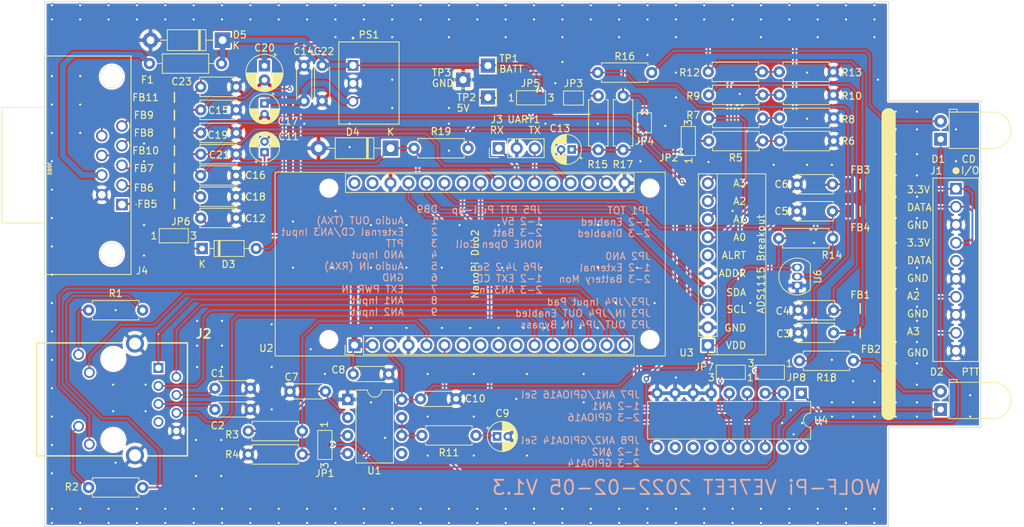
<source format=kicad_pcb>
(kicad_pcb (version 20211014) (generator pcbnew)
  (layers (0 "F.Cu" signal) (31 "B.Cu" signal) (34 "B.Paste" user) (35 "F.Paste" user) (36 "B.SilkS" user "B.Silkscreen") (37 "F.SilkS" user "F.Silkscreen") (38 "B.Mask" user) (39 "F.Mask" user) (44 "Edge.Cuts" user))
  (net 0 "")
  (net 1 "GND")
  (net 2 "Net-(C1-Pad2)")
  (net 3 "Net-(C2-Pad1)")
  (net 4 "+5V")
  (net 5 "+3V3")
  (net 6 "/TXA")
  (net 7 "Net-(C9-Pad1)")
  (net 8 "/AN3")
  (net 9 "/RXA")
  (net 10 "+BATT")
  (net 11 "Net-(D1-Pad1)")
  (net 12 "Net-(D1-Pad2)")
  (net 13 "Net-(D2-Pad1)")
  (net 14 "Net-(D2-Pad2)")
  (net 15 "Net-(D3-Pad2)")
  (net 16 "/EXT PWR IN")
  (net 17 "/PTT")
  (net 18 "Net-(C7-Pad1)")
  (net 19 "Net-(FB3-Pad1)")
  (net 20 "Net-(C11-Pad2)")
  (net 21 "Net-(C13-Pad1)")
  (net 22 "Net-(C13-Pad2)")
  (net 23 "Net-(C18-Pad1)")
  (net 24 "/AN2")
  (net 25 "/AN0")
  (net 26 "/AN1")
  (net 27 "Net-(D3-Pad1)")
  (net 28 "Net-(FB1-Pad1)")
  (net 29 "/1-Wire")
  (net 31 "Net-(FB2-Pad1)")
  (net 32 "Net-(J3-Pad1)")
  (net 33 "Net-(J3-Pad3)")
  (net 34 "Net-(FB4-Pad1)")
  (net 35 "Net-(FB5-Pad2)")
  (net 36 "Net-(FB6-Pad2)")
  (net 37 "Net-(JP1-Pad2)")
  (net 38 "Net-(JP2-Pad2)")
  (net 39 "Net-(FB7-Pad2)")
  (net 40 "Net-(R5-Pad1)")
  (net 44 "Net-(FB8-Pad2)")
  (net 45 "Net-(FB9-Pad2)")
  (net 46 "Net-(U2-Pad11)")
  (net 48 "Net-(U2-Pad14)")
  (net 50 "Net-(U2-Pad16)")
  (net 55 "Net-(FB10-Pad1)")
  (net 56 "Net-(FB11-Pad1)")
  (net 57 "Net-(J2-Pad1)")
  (net 58 "Net-(J2-Pad2)")
  (net 59 "Net-(J2-Pad3)")
  (net 60 "Net-(J2-Pad6)")
  (net 61 "Net-(J2-Pad9)")
  (net 62 "Net-(J2-Pad10)")
  (net 63 "Net-(J2-Pad11)")
  (net 64 "Net-(J2-Pad12)")
  (net 65 "Net-(JP3-Pad2)")
  (net 66 "Net-(JP5-Pad2)")
  (net 67 "Net-(R7-Pad1)")
  (net 68 "Net-(R10-Pad2)")
  (net 69 "Net-(R11-Pad1)")
  (net 70 "Net-(R12-Pad1)")
  (net 71 "Net-(U2-Pad8)")
  (net 72 "Net-(U2-Pad10)")
  (net 77 "Net-(C21-Pad1)")
  (net 78 "Net-(C23-Pad1)")
  (net 79 "Net-(JP7-Pad3)")
  (net 80 "Net-(JP8-Pad3)")
  (net 81 "Net-(JP1-Pad1)")
  (net 82 "Net-(JP1-Pad3)")
  (footprint "Package_DIP:DIP-8_W7.62mm" (layer "F.Cu") (at 92.72 132.09)
    (fp_text reference "U1")
    (fp_text value "LMC555xN")
  )
  (footprint "Resistor_THT:R_Axial_DIN0207_L6.3mm_D2.5mm_P7.62mm_Horizontal" (layer "F.Cu") (at 161.252 95.644 180)
    (fp_text reference "R6")
    (fp_text value "3.74k")
  )
  (footprint "Resistor_THT:R_Axial_DIN0207_L6.3mm_D2.5mm_P7.62mm_Horizontal" (layer "F.Cu") (at 164.046 126.632 180)
    (fp_text reference "R18")
    (fp_text value "470")
  )
  (footprint "Resistor_THT:R_Axial_DIN0207_L6.3mm_D2.5mm_P7.62mm_Horizontal" (layer "F.Cu") (at 151.252 95.644 180)
    (fp_text reference "R5")
    (fp_text value "10K")
  )
  (footprint "VE7FET:BEADC3216X130N" (layer "F.Cu") (at 68.288 102 180)
    (fp_text reference "FB6")
    (fp_text value "MH3261-601Y" hide)
  )
  (footprint "Capacitor_THT:C_Disc_D4.3mm_W1.9mm_P5.00mm" (layer "F.Cu") (at 103 132)
    (fp_text reference "C10")
    (fp_text value "0.1uF")
  )
  (footprint "Resistor_THT:R_Axial_DIN0207_L6.3mm_D2.5mm_P7.62mm_Horizontal" (layer "F.Cu") (at 131.56 89.272 -90)
    (fp_text reference "R17")
    (fp_text value "470k")
  )
  (footprint "Resistor_THT:R_Axial_DIN0207_L6.3mm_D2.5mm_P7.62mm_Horizontal" (layer "F.Cu") (at 161.192 85.894 180)
    (fp_text reference "R13")
    (fp_text value "NP")
  )
  (footprint "Capacitor_THT:C_Disc_D5.0mm_W2.5mm_P5.00mm" (layer "F.Cu") (at 161.085 105.55 180)
    (fp_text reference "C5")
    (fp_text value "47pF")
  )
  (footprint "Resistor_THT:R_Axial_DIN0207_L6.3mm_D2.5mm_P7.62mm_Horizontal" (layer "F.Cu") (at 151.252 89.144 180)
    (fp_text reference "R9")
    (fp_text value "NP")
  )
  (footprint "Capacitor_THT:C_Disc_D5.0mm_W2.5mm_P5.00mm" (layer "F.Cu") (at 161.25 122.695 180)
    (fp_text reference "C3")
    (fp_text value "47pF")
  )
  (footprint "VE7FET:ADS1115 Breakout" (layer "F.Cu") (at 143.505 124.455 180)
    (fp_text reference "U3")
    (fp_text value "ADS1115-Breakout")
  )
  (footprint "VE7FET:BEADC3216X130N" (layer "F.Cu") (at 68.288 99.5 180)
    (fp_text reference "FB7")
    (fp_text value "MH3261-601Y" hide)
  )
  (footprint "Capacitor_THT:CP_Radial_D5.0mm_P2.00mm" (layer "F.Cu") (at 80.988 85.036888 -90)
    (fp_text reference "C20")
    (fp_text value "1uF")
  )
  (footprint "TestPoint:TestPoint_THTPad_2.0x2.0mm_Drill1.0mm" (layer "F.Cu") (at 112.5 89.5)
    (fp_text reference "TP2")
    (fp_text value "5V")
  )
  (footprint "Resistor_THT:R_Axial_DIN0207_L6.3mm_D2.5mm_P10.16mm_Horizontal" (layer "F.Cu") (at 74.93 84.722 180)
    (fp_text reference "F1")
    (fp_text value "1A")
  )
  (footprint "VE7FET:CONV_R-78E5.0-1.0" (layer "F.Cu") (at 95.72 87.516 -90)
    (fp_text reference "PS1")
    (fp_text value "R-78E5.0-1.0")
  )
  (footprint "Resistor_THT:R_Axial_DIN0207_L6.3mm_D2.5mm_P7.62mm_Horizontal" (layer "F.Cu") (at 135.598 85.992 180)
    (fp_text reference "R16")
    (fp_text value "470")
  )
  (footprint "Resistor_THT:R_Axial_DIN0207_L6.3mm_D2.5mm_P7.62mm_Horizontal" (layer "F.Cu") (at 151.192 85.894 180)
    (fp_text reference "R12")
    (fp_text value "NP")
  )
  (footprint "VE7FET:TE_1-282834-0" (layer "F.Cu") (at 178.5 102.3725 -90)
    (fp_text reference "J1")
    (fp_text value "I/O")
  )
  (footprint "LED_THT:LED_D5.0mm_Horizontal_O1.27mm_Z3.0mm" (layer "F.Cu") (at 176.335 95.395 90)
    (fp_text reference "D1")
    (fp_text value "CD")
  )
  (footprint "TestPoint:TestPoint_THTPad_2.0x2.0mm_Drill1.0mm" (layer "F.Cu") (at 109 87)
    (fp_text reference "TP3")
    (fp_text value "GND")
  )
  (footprint "Resistor_THT:R_Axial_DIN0207_L6.3mm_D2.5mm_P7.62mm_Horizontal" (layer "F.Cu") (at 161.125 109.36 180)
    (fp_text reference "R14")
    (fp_text value "4.7k")
  )
  (footprint "VE7FET:BEADC3216X130N" (layer "F.Cu") (at 68.288 92 180)
    (fp_text reference "FB9")
    (fp_text value "MH3261-601Y" hide)
  )
  (footprint "VE7FET:NanoPi_Duo2_Foot" (layer "F.Cu") (at 93.68 124.43 90)
    (fp_text reference "U2")
    (fp_text value "NanoPi_Duo2")
  )
  (footprint "Resistor_THT:R_Axial_DIN0207_L6.3mm_D2.5mm_P7.62mm_Horizontal" (layer "F.Cu") (at 56.19 144.5)
    (fp_text reference "R2")
    (fp_text value "330")
  )
  (footprint "Capacitor_THT:C_Disc_D4.3mm_W1.9mm_P5.00mm" (layer "F.Cu") (at 79 130.5 180)
    (fp_text reference "C1")
    (fp_text value "0.1uF")
  )
  (footprint "Capacitor_THT:C_Disc_D4.3mm_W1.9mm_P5.00mm" (layer "F.Cu") (at 93.5 128.5)
    (fp_text reference "C8")
    (fp_text value "0.1uF")
  )
  (footprint "Capacitor_THT:C_Disc_D5.0mm_W2.5mm_P5.00mm" (layer "F.Cu") (at 72 106.5)
    (fp_text reference "C12")
    (fp_text value "47pF")
  )
  (footprint "Resistor_THT:R_Axial_DIN0207_L6.3mm_D2.5mm_P7.62mm_Horizontal" (layer "F.Cu") (at 151.252 92.394 180)
    (fp_text reference "R7")
    (fp_text value "NP")
  )
  (footprint "Jumper:SolderJumper-3_P1.3mm_Open_Pad1.0x1.5mm_NumberLabels" (layer "F.Cu") (at 89.5 138.5 -90)
    (fp_text reference "JP1")
    (fp_text value "TOT Select")
  )
  (footprint "Resistor_THT:R_Axial_DIN0207_L6.3mm_D2.5mm_P7.62mm_Horizontal" (layer "F.Cu") (at 103.19 137.16)
    (fp_text reference "R11")
    (fp_text value "1M")
  )
  (footprint "Capacitor_THT:C_Disc_D4.3mm_W1.9mm_P5.00mm" (layer "F.Cu") (at 89.584 130.95 180)
    (fp_text reference "C7")
    (fp_text value "0.1uF")
  )
  (footprint "Diode_THT:D_DO-41_SOD81_P10.16mm_Horizontal" (layer "F.Cu") (at 75.08 81.42 180)
    (fp_text reference "D5")
    (fp_text value "1N4001")
  )
  (footprint "VE7FET:ARJM11A3009ABER2T" (layer "F.Cu") (at 66.025 127.635 -90)
    (fp_text reference "J2")
    (fp_text value "ARJM11A3-009-AB-ER2-T" hide)
  )
  (footprint "Jumper:SolderJumper-2_P1.3mm_Open_Pad1.0x1.5mm" (layer "F.Cu") (at 134.56 93.082 90)
    (fp_text reference "JP4")
    (fp_text value "Pad Bypass")
  )
  (footprint "Capacitor_THT:CP_Radial_D4.0mm_P1.50mm" (layer "F.Cu") (at 124.31 96.832 180)
    (fp_text reference "C13")
    (fp_text value "10uF")
  )
  (footprint "Capacitor_THT:C_Disc_D5.0mm_W2.5mm_P5.00mm" (layer "F.Cu") (at 161.25 119.5 180)
    (fp_text reference "C4")
    (fp_text value "47pF")
  )
  (footprint "Jumper:SolderJumper-3_P1.3mm_Open_Pad1.0x1.5mm_NumberLabels" (layer "F.Cu") (at 146.75 128.25 180)
    (fp_text reference "JP7")
    (fp_text value "AN1/GPIOA16 SEL")
  )
  (footprint "Jumper:SolderJumper-3_P1.3mm_Open_Pad1.0x1.5mm_NumberLabels" (layer "F.Cu") (at 68.2 109)
    (fp_text reference "JP6")
    (fp_text value "COS/A3 SEL")
  )
  (footprint "VE7FET:BEADC3216X130N" (layer "F.Cu") (at 68.288 104.5 180)
    (fp_text reference "FB5")
    (fp_text value "MH3261-601Y" hide)
  )
  (footprint "Resistor_THT:R_Axial_DIN0207_L6.3mm_D2.5mm_P7.62mm_Horizontal" (layer "F.Cu") (at 128.06 89.272 -90)
    (fp_text reference "R15")
    (fp_text value "68k")
  )
  (footprint "Diode_THT:D_DO-41_SOD81_P10.16mm_Horizontal" (layer "F.Cu") (at 98.768 96.66 180)
    (fp_text reference "D4")
    (fp_text value "1N4001")
  )
  (footprint "VE7FET:BEADC3216X130N" (layer "F.Cu") (at 68.288 94.5 180)
    (fp_text reference "FB8")
    (fp_text value "MH3261-601Y" hide)
  )
  (footprint "Resistor_THT:R_Axial_DIN0207_L6.3mm_D2.5mm_P7.62mm_Horizontal" (layer "F.Cu") (at 161.192 89.144 180)
    (fp_text reference "R10")
    (fp_text value "NP")
  )
  (footprint "Capacitor_THT:CP_Radial_D4.0mm_P1.50mm" (layer "F.Cu") (at 81 97.222599 90)
    (fp_text reference "C11")
    (fp_text value "10uF")
  )
  (footprint "Resistor_THT:R_Axial_DIN0207_L6.3mm_D2.5mm_P7.62mm_Horizontal" (layer "F.Cu") (at 86.322 136.538 180)
    (fp_text reference "R3")
    (fp_text value "10k")
  )
  (footprint "VE7FET:BEADC3216X130N" (layer "F.Cu") (at 68.288 97)
    (fp_text reference "FB10")
    (fp_text value "MH3261-601Y" hide)
  )
  (footprint "Capacitor_THT:C_Disc_D4.3mm_W1.9mm_P5.00mm" (layer "F.Cu") (at 89.116 84.976 -90)
    (fp_text reference "C22")
    (fp_text value "0.1uF")
  )
  (footprint "Capacitor_THT:C_Disc_D5.0mm_W2.5mm_P5.00mm" (layer "F.Cu") (at 72 94.5)
    (fp_text reference "C19")
    (fp_text value "47pF")
  )
  (footprint "Diode_THT:D_DO-35_SOD27_P7.62mm_Horizontal" (layer "F.Cu") (at 72.19 110.8)
    (fp_text reference "D3")
    (fp_text value "1N914")
  )
  (footprint "Capacitor_THT:C_Disc_D5.0mm_W2.5mm_P5.00mm" (layer "F.Cu") (at 161.085 101.74 180)
    (fp_text reference "C6")
    (fp_text value "47pF")
  )
  (footprint "Resistor_THT:R_Axial_DIN0207_L6.3mm_D2.5mm_P7.62mm_Horizontal" (layer "F.Cu") (at 78.702 139.84)
    (fp_text reference "R4")
    (fp_text value "100k")
  )
  (footprint "Capacitor_THT:C_Disc_D5.0mm_W2.5mm_P5.00mm" (layer "F.Cu") (at 72 91.25)
    (fp_text reference "C15")
    (fp_text value "47pF")
  )
  (footprint "Capacitor_THT:C_Disc_D5.0mm_W2.5mm_P5.00mm" (layer "F.Cu") (at 72 88)
    (fp_text reference "C23")
    (fp_text value "47pF")
  )
  (footprint "Jumper:SolderJumper-3_P1.3mm_Open_Pad1.0x1.5mm_NumberLabels" (layer "F.Cu") (at 140.752 95.644 90)
    (fp_text reference "JP2")
    (fp_text value "EXT/BATT SEL")
  )
  (footprint "LED_THT:LED_D5.0mm_Horizontal_O1.27mm_Z3.0mm" (layer "F.Cu") (at 176.335 133.495 90)
    (fp_text reference "D2")
    (fp_text value "PTT")
  )
  (footprint "Capacitor_THT:C_Disc_D5.0mm_W2.5mm_P5.00mm" (layer "F.Cu") (at 72 97.5)
    (fp_text reference "C21")
    (fp_text value "47pF")
  )
  (footprint "Resistor_THT:R_Axial_DIN0207_L6.3mm_D2.5mm_P7.62mm_Horizontal" (layer "F.Cu") (at 56.19 119.5)
    (fp_text reference "R1")
    (fp_text value "330")
  )
  (footprint "Connector_PinHeader_2.54mm:PinHeader_1x03_P2.54mm_Vertical" (layer "F.Cu") (at 114.023 96.66 90)
    (fp_text reference "J3")
    (fp_text value "UART1")
  )
  (footprint "Package_TO_SOT_THT:TO-92_Inline" (layer "F.Cu") (at 156.11 116.02 90)
    (fp_text reference "U6")
    (fp_text value "DS18S20")
  )
  (footprint "Capacitor_THT:C_Disc_D5.0mm_W2.5mm_P5.00mm" (layer "F.Cu") (at 72 100.5)
    (fp_text reference "C16")
    (fp_text value "47pF")
  )
  (footprint "VE7FET:BEADC3216X130N" (layer "F.Cu") (at 165 119.25 180)
    (fp_text reference "FB1")
    (fp_text value "MH3261-601Y" hide)
  )
  (footprint "TestPoint:TestPoint_THTPad_2.0x2.0mm_Drill1.0mm" (layer "F.Cu") (at 112.5 85)
    (fp_text reference "TP1")
    (fp_text value "BATT")
  )
  (footprint "Capacitor_THT:C_Disc_D4.3mm_W1.9mm_P5.00mm" (layer "F.Cu") (at 86.576 90.016 90)
    (fp_text reference "C14")
    (fp_text value "0.1uF")
  )
  (footprint "VE7FET:BEADC3216X130N" (layer "F.Cu") (at 68.288 89.5)
    (fp_text reference "FB11")
    (fp_text value "MH3261-601Y" hide)
  )
  (footprint "VE7FET:BEADC3216X130N" (layer "F.Cu") (at 165 101.74 180)
    (fp_text reference "FB3")
    (fp_text value "MH3261-601Y" hide)
  )
  (footprint "Jumper:SolderJumper-3_P1.3mm_Open_Pad1.0x1.5mm_NumberLabels" (layer "F.Cu") (at 118.58 89.548)
    (fp_text reference "JP5")
    (fp_text value "Pullup")
  )
  (footprint "VE7FET:TE_2311765-1" (layer "F.Cu") (at 60.8875 104.6 -90)
    (fp_text reference "J4")
    (fp_text value "DB9F")
  )
  (footprint "Capacitor_THT:CP_Radial_D4.0mm_P1.50mm" (layer "F.Cu") (at 80.988 90.349401 -90)
    (fp_text reference "C17")
    (fp_text value "10uF")
  )
  (footprint "Capacitor_THT:C_Disc_D4.3mm_W1.9mm_P5.00mm" (layer "F.Cu") (at 74 133.5)
    (fp_text reference "C2")
    (fp_text value "0.1uF")
  )
  (footprint "Capacitor_THT:C_Disc_D5.0mm_W2.5mm_P5.00mm" (layer "F.Cu") (at 72 103.5)
    (fp_text reference "C18")
    (fp_text value "47pF")
  )
  (footprint "VE7FET:BEADC3216X130N" (layer "F.Cu") (at 165 105.55 180)
    (fp_text reference "FB4")
    (fp_text value "MH3261-601Y" hide)
  )
  (footprint "Jumper:SolderJumper-2_P1.3mm_Bridged_Pad1.0x1.5mm" (layer "F.Cu") (at 124.56 89.582)
    (fp_text reference "JP3")
    (fp_text value "Pad Bypass")
  )
  (footprint "Resistor_THT:R_Axial_DIN0207_L6.3mm_D2.5mm_P7.62mm_Horizontal" (layer "F.Cu") (at 102.07 96.66)
    (fp_text reference "R19")
    (fp_text value "10k")
  )
  (footprint "VE7FET:BEADC3216X130N" (layer "F.Cu") (at 165 122.695 180)
    (fp_text reference "FB2")
    (fp_text value "MH3261-601Y" hide)
  )
  (footprint "Capacitor_THT:CP_Radial_D4.0mm_P1.50mm" (layer "F.Cu") (at 113.793401 137.3)
    (fp_text reference "C9")
    (fp_text value "10uF")
  )
  (footprint "Jumper:SolderJumper-3_P1.3mm_Open_Pad1.0x1.5mm_NumberLabels" (layer "F.Cu") (at 152.25 128.25 180)
    (fp_text reference "JP8")
    (fp_text value "AN2/GPIOA14 SEL")
  )
  (footprint "Resistor_THT:R_Axial_DIN0207_L6.3mm_D2.5mm_P7.62mm_Horizontal" (layer "F.Cu") (at 161.252 92.394 180)
    (fp_text reference "R8")
    (fp_text value "NP")
  )
  (footprint "Package_DIP:DIP-18_W7.62mm" (layer "F.Cu") (at 156.68 131.204 -90)
    (fp_text reference "U4")
    (fp_text value "ULN2803A")
  )
  (gr_line locked (start 169 92) (end 169 134) (layer "F.SilkS") (width 2))
  (gr_line (start 182 90) (end 182 136) (layer "Edge.Cuts") (width 0.1))
  (gr_line (start 169 90) (end 182 90) (layer "Edge.Cuts") (width 0.1))
  (gr_line (start 169 90) (end 169 76) (layer "Edge.Cuts") (width 0.1))
  (gr_line (start 169 150) (end 169 136) (layer "Edge.Cuts") (width 0.1))
  (gr_line (start 182 136) (end 169 136) (layer "Edge.Cuts") (width 0.1))
  (gr_line (start 169 76) (end 50 76) (layer "Edge.Cuts") (width 0.1))
  (gr_line (start 50 76) (end 50 150) (layer "Edge.Cuts") (width 0.1))
  (gr_line (start 50 150) (end 169 150) (layer "Edge.Cuts") (width 0.1))
  (gr_text "WOLF-Pi VE7FET 2022-02-05 V1.3" (at 140.5 144.5) (layer "B.SilkS") (effects (font (size 2 2) (thickness 0.254)) (justify mirror)))
  (gr_text "JP5 PTT Pull-up\n1-2 5V\n2-3 Batt\nNONE Open Coll\n\nJP6 J4,2 Sel\n1-2 EXT CD\n2-3 AN3 In" (at 120.25 111) (layer "B.SilkS") (effects (font (size 1 1)) (justify left mirror)))
  (gr_text "JP1 TOT\n1-2 Enabled\n2-3 Disabled\n\nJP2 AN0\n1-2 External\n2-3 Battery Mon\n\nJP3/JP4 Input Pad\nJP3 IN/JP4 OUT Enabled\nJP3 OUT/JP4 IN Bypass" (at 135.5 113.5) (layer "B.SilkS") (effects (font (size 1 1)) (justify left mirror)))
  (gr_text "JP7 AN1/GPIOA16 Sel\n1-2 AN1\n2-3 GPIOA16\n\nJP8 AN2/GPIOA14 Sel\n1-2 AN2\n2-3 GPIOA14" (at 134 136.25) (layer "B.SilkS") (effects (font (size 1 1)) (justify left mirror)))
  (gr_text "DB9\n1     Audio OUT (TXA)\n2     External CD/AN3 Input\n3     PTT\n4     AN0 Input\n5     Audio IN (RXA)\n6     GND\n7     EXT PWR IN\n8     AN1 Input\n9     AN2 Input" (at 105.5 112.5) (layer "B.SilkS") (effects (font (size 1 1)) (justify left mirror)))
  (gr_text "GND" (at 104.5 87.5) (layer "F.SilkS") (effects (font (size 1 1)) (justify left)))
  (gr_text "UART1" (at 117.564 92.596) (layer "F.SilkS") (effects (font (size 1 1))))
  (gr_text "3.3V" (at 171.5 110) (layer "F.SilkS") (effects (font (size 1 1)) (justify left)))
  (gr_text "A2" (at 172.5 117.5) (layer "F.SilkS") (effects (font (size 1 1))))
  (gr_text "GND" (at 171.5 115) (layer "F.SilkS") (effects (font (size 1 1)) (justify left)))
  (gr_text "DATA" (at 171.5 105) (layer "F.SilkS") (effects (font (size 1 1)) (justify left)))
  (gr_text "A3" (at 172.5 122.5) (layer "F.SilkS") (effects (font (size 1 1))))
  (gr_text "GND" (at 171.5 120) (layer "F.SilkS") (effects (font (size 1 1)) (justify left)))
  (gr_text "RX" (at 113.754 94.12) (layer "F.SilkS") (effects (font (size 1 1))))
  (gr_text "PTT" (at 179.2 128.2) (layer "F.SilkS") (effects (font (size 1 1)) (justify left)))
  (gr_text "5V" (at 108 91) (layer "F.SilkS") (effects (font (size 1 1)) (justify left)))
  (gr_text "ADS1115 Breakout" (at 151 113 90) (layer "F.SilkS") (effects (font (size 1 1))))
  (gr_text "GND" (at 171.5 125.5) (layer "F.SilkS") (effects (font (size 1 1)) (justify left)))
  (gr_text "GND" (at 171.5 107.5) (layer "F.SilkS") (effects (font (size 1 1)) (justify left)))
  (gr_text "BATT" (at 114 85.5) (layer "F.SilkS") (effects (font (size 1 1)) (justify left)))
  (gr_text "DATA" (at 171.5 112.5) (layer "F.SilkS") (effects (font (size 1 1)) (justify left)))
  (gr_text "CD" (at 179.2 98.2) (layer "F.SilkS") (effects (font (size 1 1)) (justify left)))
  (gr_text "TX" (at 119.088 94.12) (layer "F.SilkS") (effects (font (size 1 1))))
  (gr_text "3.3V" (at 171.5 102.5) (layer "F.SilkS") (effects (font (size 1 1)) (justify left)))
  (via (at 139 76.5) (size 0.6) (drill 0.3) (layers "F.Cu" "B.Cu") (net 1))
  (via (at 103 147.5) (size 0.6) (drill 0.3) (layers "F.Cu" "B.Cu") (net 1))
  (via (at 51 102.5) (size 0.6) (drill 0.3) (layers "F.Cu" "B.Cu") (net 1))
  (via (at 167 81) (size 0.6) (drill 0.3) (layers "F.Cu" "B.Cu") (net 1))
  (via (at 170 100.5) (size 0.6) (drill 0.3) (layers "F.Cu" "B.Cu") (net 1))
  (via (at 51 130.5) (size 0.6) (drill 0.3) (layers "F.Cu" "B.Cu") (net 1))
  (via (at 127 76.5) (size 0.6) (drill 0.3) (layers "F.Cu" "B.Cu") (net 1))
  (via (at 137.5 93.5) (size 0.6) (drill 0.3) (layers "F.Cu" "B.Cu") (net 1))
  (via (at 164 134.5) (size 0.6) (drill 0.3) (layers "F.Cu" "B.Cu") (net 1))
  (via (at 167 132.5) (size 0.6) (drill 0.3) (layers "F.Cu" "B.Cu") (net 1))
  (via (at 151 81) (size 0.6) (drill 0.3) (layers "F.Cu" "B.Cu") (net 1))
  (via (at 91 76.5) (size 0.6) (drill 0.3) (layers "F.Cu" "B.Cu") (net 1))
  (via (at 139 149.5) (size 0.6) (drill 0.3) (layers "F.Cu" "B.Cu") (net 1))
  (via (at 170 127) (size 0.6) (drill 0.3) (layers "F.Cu" "B.Cu") (net 1))
  (via (at 134 98.5) (size 0.6) (drill 0.3) (layers "F.Cu" "B.Cu") (net 1))
  (via (at 75 78.5) (size 0.6) (drill 0.3) (layers "F.Cu" "B.Cu") (net 1))
  (via (at 82 133.5) (size 0.6) (drill 0.3) (layers "F.Cu" "B.Cu") (net 1))
  (via (at 143 76.5) (size 0.6) (drill 0.3) (layers "F.Cu" "B.Cu") (net 1))
  (via (at 157.5 92.5) (size 0.6) (drill 0.3) (layers "F.Cu" "B.Cu") (net 1))
  (via (at 173 121) (size 0.6) (drill 0.3) (layers "F.Cu" "B.Cu") (net 1))
  (via (at 107 76.5) (size 0.6) (drill 0.3) (layers "F.Cu" "B.Cu") (net 1))
  (via (at 51 76.5) (size 0.6) (drill 0.3) (layers "F.Cu" "B.Cu") (net 1))
  (via (at 114 107.5) (size 0.6) (drill 0.3) (layers "F.Cu" "B.Cu") (net 1))
  (via (at 83 147.5) (size 0.6) (drill 0.3) (layers "F.Cu" "B.Cu") (net 1))
  (via (at 173 119) (size 0.6) (drill 0.3) (layers "F.Cu" "B.Cu") (net 1))
  (via (at 95 147.5) (size 0.6) (drill 0.3) (layers "F.Cu" "B.Cu") (net 1))
  (via (at 87 76.5) (size 0.6) (drill 0.3) (layers "F.Cu" "B.Cu") (net 1))
  (via (at 131 81) (size 0.6) (drill 0.3) (layers "F.Cu" "B.Cu") (net 1))
  (via (at 170 113.5) (size 0.6) (drill 0.3) (layers "F.Cu" "B.Cu") (net 1))
  (via (at 89.5 128.5) (size 0.6) (drill 0.3) (layers "F.Cu" "B.Cu") (net 1))
  (via (at 135 149.5) (size 0.6) (drill 0.3) (layers "F.Cu" "B.Cu") (net 1))
  (via (at 82 121.5) (size 0.6) (drill 0.3) (layers "F.Cu" "B.Cu") (net 1))
  (via (at 79 149.5) (size 0.6) (drill 0.3) (layers "F.Cu" "B.Cu") (net 1))
  (via (at 115 76.5) (size 0.6) (drill 0.3) (layers "F.Cu" "B.Cu") (net 1))
  (via (at 110.5 140) (size 0.6) (drill 0.3) (layers "F.Cu" "B.Cu") (net 1))
  (via (at 139 129) (size 0.6) (drill 0.3) (layers "F.Cu" "B.Cu") (net 1))
  (via (at 147 105.5) (size 0.6) (drill 0.3) (layers "F.Cu" "B.Cu") (net 1))
  (via (at 123 84.5) (size 0.6) (drill 0.3) (layers "F.Cu" "B.Cu") (net 1))
  (via (at 120.5 122) (size 0.6) (drill 0.3) (layers "F.Cu" "B.Cu") (net 1))
  (via (at 82 127.5) (size 0.6) (drill 0.3) (layers "F.Cu" "B.Cu") (net 1))
  (via (at 173 127) (size 0.6) (drill 0.3) (layers "F.Cu" "B.Cu") (net 1))
  (via (at 55 147.5) (size 0.6) (drill 0.3) (layers "F.Cu" "B.Cu") (net 1))
  (via (at 128 122) (size 0.6) (drill 0.3) (layers "F.Cu" "B.Cu") (net 1))
  (via (at 156.8 135.4) (size 0.6) (drill 0.3) (layers "F.Cu" "B.Cu") (net 1))
  (via (at 147 149.5) (size 0.6) (drill 0.3) (layers "F.Cu" "B.Cu") (net 1))
  (via (at 98 137.5) (size 0.6) (drill 0.3) (layers "F.Cu" "B.Cu") (net 1))
  (via (at 173 116.5) (size 0.6) (drill 0.3) (layers "F.Cu" "B.Cu") (net 1))
  (via (at 93 93.2) (size 0.6) (drill 0.3) (layers "F.Cu" "B.Cu") (net 1))
  (via (at 111 147.5) (size 0.6) (drill 0.3) (layers "F.Cu" "B.Cu") (net 1))
  (via (at 51 94.5) (size 0.6) (drill 0.3) (layers "F.Cu" "B.Cu") (net 1))
  (via (at 148 89) (size 0.6) (drill 0.3) (layers "F.Cu" "B.Cu") (net 1))
  (via (at 51 78.5) (size 0.6) (drill 0.3) (layers "F.Cu" "B.Cu") (net 1))
  (via (at 107 97) (size 0.6) (drill 0.3) (layers "F.Cu" "B.Cu") (net 1))
  (via (at 122 87.5) (size 0.6) (drill 0.3) (layers "F.Cu" "B.Cu") (net 1))
  (via (at 164 132.5) (size 0.6) (drill 0.3) (layers "F.Cu" "B.Cu") (net 1))
  (via (at 71.336 137.808) (size 0.6) (drill 0.3) (layers "F.Cu" "B.Cu") (net 1))
  (via (at 91 105.5) (size 0.6) (drill 0.3) (layers "F.Cu" "B.Cu") (net 1))
  (via (at 75 124.5) (size 0.6) (drill 0.3) (layers "F.Cu" "B.Cu") (net 1))
  (via (at 170 134.5) (size 0.6) (drill 0.3) (layers "F.Cu" "B.Cu") (net 1))
  (via (at 51 114.5) (size 0.6) (drill 0.3) (layers "F.Cu" "B.Cu") (net 1))
  (via (at 96 113.5) (size 0.6) (drill 0.3) (layers "F.Cu" "B.Cu") (net 1))
  (via (at 170 106.5) (size 0.6) (drill 0.3) (layers "F.Cu" "B.Cu") (net 1))
  (via (at 127 78.5) (size 0.6) (drill 0.3) (layers "F.Cu" "B.Cu") (net 1))
  (via (at 139 86) (size 0.6) (drill 0.3) (layers "F.Cu" "B.Cu") (net 1))
  (via (at 157.5 99) (size 0.6) (drill 0.3) (layers "F.Cu" "B.Cu") (net 1))
  (via (at 178.5 94) (size 0.6) (drill 0.3) (layers "F.Cu" "B.Cu") (net 1))
  (via (at 158.5 110) (size 0.6) (drill 0.3) (layers "F.Cu" "B.Cu") (net 1))
  (via (at 75 127.5) (size 0.6) (drill 0.3) (layers "F.Cu" "B.Cu") (net 1))
  (via (at 155 78.5) (size 0.6) (drill 0.3) (layers "F.Cu" "B.Cu") (net 1))
  (via (at 119 76.5) (size 0.6) (drill 0.3) (layers "F.Cu" "B.Cu") (net 1))
  (via (at 170 94) (size 0.6) (drill 0.3) (layers "F.Cu" "B.Cu") (net 1))
  (via (at 115 78.5) (size 0.6) (drill 0.3) (layers "F.Cu" "B.Cu") (net 1))
  (via (at 147 76.5) (size 0.6) (drill 0.3) (layers "F.Cu" "B.Cu") (net 1))
  (via (at 59.652 133.744) (size 0.6) (drill 0.3) (layers "F.Cu" "B.Cu") (net 1))
  (via (at 136 118.5) (size 0.6) (drill 0.3) (layers "F.Cu" "B.Cu") (net 1))
  (via (at 163 149.5) (size 0.6) (drill 0.3) (layers "F.Cu" "B.Cu") (net 1))
  (via (at 64.224 133.744) (size 0.6) (drill 0.3) (layers "F.Cu" "B.Cu") (net 1))
  (via (at 139 81) (size 0.6) (drill 0.3) (layers "F.Cu" "B.Cu") (net 1))
  (via (at 161 99) (size 0.6) (drill 0.3) (layers "F.Cu" "B.Cu") (net 1))
  (via (at 163 147.5) (size 0.6) (drill 0.3) (layers "F.Cu" "B.Cu") (net 1))
  (via (at 159 78.5) (size 0.6) (drill 0.3) (layers "F.Cu" "B.Cu") (net 1))
  (via (at 87 147.5) (size 0.6) (drill 0.3) (layers "F.Cu" "B.Cu") (net 1))
  (via (at 101 122) (size 0.6) (drill 0.3) (layers "F.Cu" "B.Cu") (net 1))
  (via (at 51 118.5) (size 0.6) (drill 0.3) (layers "F.Cu" "B.Cu") (net 1))
  (via (at 139 78.5) (size 0.6) (drill 0.3) (layers "F.Cu" "B.Cu") (net 1))
  (via (at 155 149.5) (size 0.6) (drill 0.3) (layers "F.Cu" "B.Cu") (net 1))
  (via (at 128 93.2) (size 0.6) (drill 0.3) (layers "F.Cu" "B.Cu") (net 1))
  (via (at 85 107) (size 0.6) (drill 0.3) (layers "F.Cu" "B.Cu") (net 1))
  (via (at 67 78.5) (size 0.6) (drill 0.3) (layers "F.Cu" "B.Cu") (net 1))
  (via (at 108.5 107.5) (size 0.6) (drill 0.3) (layers "F.Cu" "B.Cu") (net 1))
  (via (at 128 113.5) (size 0.6) (drill 0.3) (layers "F.Cu" "B.Cu") (net 1))
  (via (at 99 91) (size 0.6) (drill 0.3) (layers "F.Cu" "B.Cu") (net 1))
  (via (at 64.224 130) (size 0.6) (drill 0.3) (layers "F.Cu" "B.Cu") (net 1))
  (via (at 126 132.5) (size 0.6) (drill 0.3) (layers "F.Cu" "B.Cu") (net 1))
  (via (at 131 78.5) (size 0.6) (drill 0.3) (layers "F.Cu" "B.Cu") (net 1))
  (via (at 170 97.5) (size 0.6) (drill 0.3) (layers "F.Cu" "B.Cu") (net 1))
  (via (at 151 76.5) (size 0.6) (drill 0.3) (layers "F.Cu" "B.Cu") (net 1))
  (via (at 173 132.5) (size 0.6) (drill 0.3) (layers "F.Cu" "B.Cu") (net 1))
  (via (at 107 93.2) (size 0.6) (drill 0.3) (layers "F.Cu" "B.Cu") (net 1))
  (via (at 167 147.5) (size 0.6) (drill 0.3) (layers "F.Cu" "B.Cu") (net 1))
  (via (at 63 76.5) (size 0.6) (drill 0.3) (layers "F.Cu" "B.Cu") (net 1))
  (via (at 63 147.5) (size 0.6) (drill 0.3) (layers "F.Cu" "B.Cu") (net 1))
  (via (at 151 78.5) (size 0.6) (drill 0.3) (layers "F.Cu" "B.Cu") (net 1))
  (via (at 154 135.4) (size 0.6) (drill 0.3) (layers "F.Cu" "B.Cu") (net 1))
  (via (at 101 107.5) (size 0.6) (drill 0.3) (layers "F.Cu" "B.Cu") (net 1))
  (via (at 167 76.5) (size 0.6) (drill 0.3) (layers "F.Cu" "B.Cu") (net 1))
  (via (at 123 147.5) (size 0.6) (drill 0.3) (layers "F.Cu" "B.Cu") (net 1))
  (via (at 64 96) (size 0.6) (drill 0.3) (layers "F.Cu" "B.Cu") (net 1))
  (via (at 107 149.5) (size 0.6) (drill 0.3) (layers "F.Cu" "B.Cu") (net 1))
  (via (at 83 149.5) (size 0.6) (drill 0.3) (layers "F.Cu" "B.Cu") (net 1))
  (via (at 129.5 140) (size 0.6) (drill 0.3) (layers "F.Cu" "B.Cu") (net 1))
  (via (at 87.5 125) (size 0.6) (drill 0.3) (layers "F.Cu" "B.Cu") (net 1))
  (via (at 170 124) (size 0.6) (drill 0.3) (layers "F.Cu" "B.Cu") (net 1))
  (via (at 155 147.5) (size 0.6) (drill 0.3) (layers "F.Cu" "B.Cu") (net 1))
  (via (at 133.5 113.5) (size 0.6) (drill 0.3) (layers "F.Cu" "B.Cu") (net 1))
  (via (at 99 76.5) (size 0.6) (drill 0.3) (layers "F.Cu" "B.Cu") (net 1))
  (via (at 123 122) (size 0.6) (drill 0.3) (layers "F.Cu" "B.Cu") (net 1))
  (via (at 131 149.5) (size 0.6) (drill 0.3) (layers "F.Cu" "B.Cu") (net 1))
  (via (at 161 132.5) (size 0.6) (drill 0.3) (layers "F.Cu" "B.Cu") (net 1))
  (via (at 99 147.5) (size 0.6) (drill 0.3) (layers "F.Cu" "B.Cu") (net 1))
  (via (at 159 81) (size 0.6) (drill 0.3) (layers "F.Cu" "B.Cu") (net 1))
  (via (at 104 134.5) (size 0.6) (drill 0.3) (layers "F.Cu" "B.Cu") (net 1))
  (via (at 135 78.5) (size 0.6) (drill 0.3) (layers "F.Cu" "B.Cu") (net 1))
  (via (at 87 78.5) (size 0.6) (drill 0.3) (layers "F.Cu" "B.Cu") (net 1))
  (via (at 143.6 98.6) (size 0.6) (drill 0.3) (layers "F.Cu" "B.Cu") (net 1))
  (via (at 130.5 118.5) (size 0.6) (drill 0.3) (layers "F.Cu" "B.Cu") (net 1))
  (via (at 99 81) (size 0.6) (drill 0.3) (layers "F.Cu" "B.Cu") (net 1))
  (via (at 67 149.5) (size 0.6) (drill 0.3) (layers "F.Cu" "B.Cu") (net 1))
  (via (at 63 78.5) (size 0.6) (drill 0.3) (layers "F.Cu" "B.Cu") (net 1))
  (via (at 135 83.5) (size 0.6) (drill 0.3) (layers "F.Cu" "B.Cu") (net 1))
  (via (at 170 91.5) (size 0.6) (drill 0.3) (layers "F.Cu" "B.Cu") (net 1))
  (via (at 59 78.5) (size 0.6) (drill 0.3) (layers "F.Cu" "B.Cu") (net 1))
  (via (at 86.6 93.2) (size 0.6) (drill 0.3) (layers "F.Cu" "B.Cu") (net 1))
  (via (at 123 81) (size 0.6) (drill 0.3) (layers "F.Cu" "B.Cu") (net 1))
  (via (at 110 122) (size 0.6) (drill 0.3) (layers "F.Cu" "B.Cu") (net 1))
  (via (at 135 147.5) (size 0.6) (drill 0.3) (layers "F.Cu" "B.Cu") (net 1))
  (via (at 99 87) (size 0.6) (drill 0.3) (layers "F.Cu" "B.Cu") (net 1))
  (via (at 111 149.5) (size 0.6) (drill 0.3) (layers "F.Cu" "B.Cu") (net 1))
  (via (at 173 103.5) (size 0.6) (drill 0.3) (layers "F.Cu" "B.Cu") (net 1))
  (via (at 167 149.5) (size 0.6) (drill 0.3) (layers "F.Cu" "B.Cu") (net 1))
  (via (at 170 110) (size 0.6) (drill 0.3) (layers "F.Cu" "B.Cu") (net 1))
  (via (at 123 76.5) (size 0.6) (drill 0.3) (layers "F.Cu" "B.Cu") (net 1))
  (via (at 91 78.5) (size 0.6) (drill 0.3) (layers "F.Cu" "B.Cu") (net 1))
  (via (at 151 147.5) (size 0.6) (drill 0.3) (layers "F.Cu" "B.Cu") (net 1))
  (via (at 173 94) (size 0.6) (drill 0.3) (layers "F.Cu" "B.Cu") (net 1))
  (via (at 106 113.5) (size 0.6) (drill 0.3) (layers "F.Cu" "B.Cu") (net 1))
  (via (at 161 129.5) (size 0.6) (drill 0.3) (layers "F.Cu" "B.Cu") (net 1))
  (via (at 139 147.5) (size 0.6) (drill 0.3) (layers "F.Cu" "B.Cu") (net 1))
  (via (at 161 134.5) (size 0.6) (drill 0.3) (layers "F.Cu" "B.Cu") (net 1))
  (via (at 161 126.5) (size 0.6) (drill 0.3) (layers "F.Cu" "B.Cu") (net 1))
  (via (at 116.5 132) (size 0.6) (drill 0.3) (layers "F.Cu" "B.Cu") (net 1))
  (via (at 170 103.5) (size 0.6) (drill 0.3) (layers "F.Cu" "B.Cu") (net 1))
  (via (at 51 122.5) (size 0.6) (drill 0.3) (layers "F.Cu" "B.Cu") (net 1))
  (via (at 103 76.5) (size 0.6) (drill 0.3) (layers "F.Cu" "B.Cu") (net 1))
  (via (at 155.6 137) (size 0.6) (drill 0.3) (layers "F.Cu" "B.Cu") (net 1))
  (via (at 79 147.5) (size 0.6) (drill 0.3) (layers "F.Cu" "B.Cu") (net 1))
  (via (at 117.5 122) (size 0.6) (drill 0.3) (layers "F.Cu" "B.Cu") (net 1))
  (via (at 178.5 98.5) (size 0.6) (drill 0.3) (layers "F.Cu" "B.Cu") (net 1))
  (via (at 128 107.5) (size 0.6) (drill 0.3) (layers "F.Cu" "B.Cu") (net 1))
  (via (at 173 113.5) (size 0.6) (drill 0.3) (layers "F.Cu" "B.Cu") (net 1))
  (via (at 95 76.5) (size 0.6) (drill 0.3) (layers "F.Cu" "B.Cu") (net 1))
  (via (at 157.5 86) (size 0.6) (drill 0.3) (layers "F.Cu" "B.Cu") (net 1))
  (via (at 180.5 131.5) (size 0.6) (drill 0.3) (layers "F.Cu" "B.Cu") (net 1))
  (via (at 107 147.5) (size 0.6) (drill 0.3) (layers "F.Cu" "B.Cu") (net 1))
  (via (at 83 78.5) (size 0.6) (drill 0.3) (layers "F.Cu" "B.Cu") (net 1))
  (via (at 87 149.5) (size 0.6) (drill 0.3) (layers "F.Cu" "B.Cu") (net 1))
  (via (at 143 147.5) (size 0.6) (drill 0.3) (layers "F.Cu" "B.Cu") (net 1))
  (via (at 127 149.5) (size 0.6) (drill 0.3) (layers "F.Cu" "B.Cu") (net 1))
  (via (at 93 96.5) (size 0.6) (drill 0.3) (layers "F.Cu" "B.Cu") (net 1))
  (via (at 111 76.5) (size 0.6) (drill 0.3) (layers "F.Cu" "B.Cu") (net 1))
  (via (at 115 147.5) (size 0.6) (drill 0.3) (layers "F.Cu" "B.Cu") (net 1))
  (via (at 155 76.5) (size 0.6) (drill 0.3) (layers "F.Cu" "B.Cu") (net 1))
  (via (at 64 111.8) (size 0.6) (drill 0.3) (layers "F.Cu" "B.Cu") (net 1))
  (via (at 63 149.5) (size 0.6) (drill 0.3) (layers "F.Cu" "B.Cu") (net 1))
  (via (at 59 76.5) (size 0.6) (drill 0.3) (layers "F.Cu" "B.Cu") (net 1))
  (via (at 96 107.5) (size 0.6) (drill 0.3) (layers "F.Cu" "B.Cu") (net 1))
  (via (at 67 147.5) (size 0.6) (drill 0.3) (layers "F.Cu" "B.Cu") (net 1))
  (via (at 71 147.5) (size 0.6) (drill 0.3) (layers "F.Cu" "B.Cu") (net 1))
  (via (at 51 110.5) (size 0.6) (drill 0.3) (layers "F.Cu" "B.Cu") (net 1))
  (via (at 114.5 113.5) (size 0.6) (drill 0.3) (layers "F.Cu" "B.Cu") (net 1))
  (via (at 51 149.5) (size 0.6) (drill 0.3) (layers "F.Cu" "B.Cu") (net 1))
  (via (at 123 149.5) (size 0.6) (drill 0.3) (layers "F.Cu" "B.Cu") (net 1))
  (via (at 103 78.5) (size 0.6) (drill 0.3) (layers "F.Cu" "B.Cu") (net 1))
  (via (at 159 147.5) (size 0.6) (drill 0.3) (layers "F.Cu" "B.Cu") (net 1))
  (via (at 131 76.5) (size 0.6) (drill 0.3) (layers "F.Cu" "B.Cu") (net 1))
  (via (at 99 78.5) (size 0.6) (drill 0.3) (layers "F.Cu" "B.Cu") (net 1))
  (via (at 51 90.5) (size 0.6) (drill 0.3) (layers "F.Cu" "B.Cu") (net 1))
  (via (at 71 78.5) (size 0.6) (drill 0.3) (layers "F.Cu" "B.Cu") (net 1))
  (via (at 74.892 137.808) (size 0.6) (drill 0.3) (layers "F.Cu" "B.Cu") (net 1))
  (via (at 114 122) (size 0.6) (drill 0.3) (layers "F.Cu" "B.Cu") (net 1))
  (via (at 71.5 121) (size 0.6) (drill 0.3) (layers "F.Cu" "B.Cu") (net 1))
  (via (at 167 129.5) (size 0.6) (drill 0.3) (layers "F.Cu" "B.Cu") (net 1))
  (via (at 74.892 142.888) (size 0.6) (drill 0.3) (layers "F.Cu" "B.Cu") (net 1))
  (via (at 147 78.5) (size 0.6) (drill 0.3) (layers "F.Cu" "B.Cu") (net 1))
  (via (at 167.5 87) (size 0.6) (drill 0.3) (layers "F.Cu" "B.Cu") (net 1))
  (via (at 135 76.5) (size 0.6) (drill 0.3) (layers "F.Cu" "B.Cu") (net 1))
  (via (at 118 128.5) (size 0.6) (drill 0.3) (layers "F.Cu" "B.Cu") (net 1))
  (via (at 59 147.5) (size 0.6) (drill 0.3) (layers "F.Cu" "B.Cu") (net 1))
  (via (at 120 113.5) (size 0.6) (drill 0.3) (layers "F.Cu" "B.Cu") (net 1))
  (via (at 75 149.5) (size 0.6) (drill 0.3) (layers "F.Cu" "B.Cu") (net 1))
  (via (at 60 141) (size 0.6) (drill 0.3) (layers "F.Cu" "B.Cu") (net 1))
  (via (at 85 113.5) (size 0.6) (drill 0.3) (layers "F.Cu" "B.Cu") (net 1))
  (via (at 143 78.5) (size 0.6) (drill 0.3) (layers "F.Cu" "B.Cu") (net 1))
  (via (at 90.5 113.5) (size 0.6) (drill 0.3) (layers "F.Cu" "B.Cu") (net 1))
  (via (at 96 122) (size 0.6) (drill 0.3) (layers "F.Cu" "B.Cu") (net 1))
  (via (at 104 140) (size 0.6) (drill 0.3) (layers "F.Cu" "B.Cu") (net 1))
  (via (at 110.5 134.5) (size 0.6) (drill 0.3) (layers "F.Cu" "B.Cu") (net 1))
  (via (at 51 98.5) (size 0.6) (drill 0.3) (layers "F.Cu" "B.Cu") (net 1))
  (via (at 71 149.5) (size 0.6) (drill 0.3) (layers "F.Cu" "B.Cu") (net 1))
  (via (at 125.5 122) (size 0.6) (drill 0.3) (layers "F.Cu" "B.Cu") (net 1))
  (via (at 55 149.5) (size 0.6) (drill 0.3) (layers "F.Cu" "B.Cu") (net 1))
  (via (at 173 106.5) (size 0.6) (drill 0.3) (layers "F.Cu" "B.Cu") (net 1))
  (via (at 51 86.5) (size 0.6) (drill 0.3) (layers "F.Cu" "B.Cu") (net 1))
  (via (at 75 76.5) (size 0.6) (drill 0.3) (layers "F.Cu" "B.Cu") (net 1))
  (via (at 119 149.5) (size 0.6) (drill 0.3) (layers "F.Cu" "B.Cu") (net 1))
  (via (at 99 149.5) (size 0.6) (drill 0.3) (layers "F.Cu" "B.Cu") (net 1))
  (via (at 95 149.5) (size 0.6) (drill 0.3) (layers "F.Cu" "B.Cu") (net 1))
  (via (at 91 149.5) (size 0.6) (drill 0.3) (layers "F.Cu" "B.Cu") (net 1))
  (via (at 155.2 133.6) (size 0.6) (drill 0.3) (layers "F.Cu" "B.Cu") (net 1))
  (via (at 139 89.5) (size 0.6) (drill 0.3) (layers "F.Cu" "B.Cu") (net 1))
  (via (at 51 147.5) (size 0.6) (drill 0.3) (layers "F.Cu" "B.Cu") (net 1))
  (via (at 91 147.5) (size 0.6) (drill 0.3) (layers "F.Cu" "B.Cu") (net 1))
  (via (at 51 126.5) (size 0.6) (drill 0.3) (layers "F.Cu" "B.Cu") (net 1))
  (via (at 71.5 124.5) (size 0.6) (drill 0.3) (layers "F.Cu" "B.Cu") (net 1))
  (via (at 75 147.5) (size 0.6) (drill 0.3) (layers "F.Cu" "B.Cu") (net 1))
  (via (at 103 149.5) (size 0.6) (drill 0.3) (layers "F.Cu" "B.Cu") (net 1))
  (via (at 119 78.5) (size 0.6) (drill 0.3) (layers "F.Cu" "B.Cu") (net 1))
  (via (at 75 121) (size 0.6) (drill 0.3) (layers "F.Cu" "B.Cu") (net 1))
  (via (at 96 132.5) (size 0.6) (drill 0.3) (layers "F.Cu" "B.Cu") (net 1))
  (via (at 111 78.5) (size 0.6) (drill 0.3) (layers "F.Cu" "B.Cu") (net 1))
  (via (at 159 149.5) (size 0.6) (drill 0.3) (layers "F.Cu" "B.Cu") (net 1))
  (via (at 152.8 99) (size 0.6) (drill 0.3) (layers "F.Cu" "B.Cu") (net 1))
  (via (at 55 94.5) (size 0.6) (drill 0.3) (layers "F.Cu" "B.Cu") (net 1))
  (via (at 55 86.5) (size 0.6) (drill 0.3) (layers "F.Cu" "B.Cu") (net 1))
  (via (at 115 149.5) (size 0.6) (drill 0.3) (layers "F.Cu" "B.Cu") (net 1))
  (via (at 59 149.5) (size 0.6) (drill 0.3) (layers "F.Cu" "B.Cu") (net 1))
  (via (at 64 98.5) (size 0.6) (drill 0.3) (layers "F.Cu" "B.Cu") (net 1))
  (via (at 123 78.5) (size 0.6) (drill 0.3) (layers "F.Cu" "B.Cu") (net 1))
  (via (at 107 81) (size 0.6) (drill 0.3) (layers "F.Cu" "B.Cu") (net 1))
  (via (at 71.336 142.888) (size 0.6) (drill 0.3) (layers "F.Cu" "B.Cu") (net 1))
  (via (at 107 78.5) (size 0.6) (drill 0.3) (layers "F.Cu" "B.Cu") (net 1))
  (via (at 164 129.5) (size 0.6) (drill 0.3) (layers "F.Cu" "B.Cu") (net 1))
  (via (at 149.5 118.5) (size 0.6) (drill 0.3) (layers "F.Cu" "B.Cu") (net 1))
  (via (at 55 76.5) (size 0.6) (drill 0.3) (layers "F.Cu" "B.Cu") (net 1))
  (via (at 55 78.5) (size 0.6) (drill 0.3) (layers "F.Cu" "B.Cu") (net 1))
  (via (at 163 78.5) (size 0.6) (drill 0.3) (layers "F.Cu" "B.Cu") (net 1))
  (via (at 79 78.5) (size 0.6) (drill 0.3) (layers "F.Cu" "B.Cu") (net 1))
  (via (at 126 128.5) (size 0.6) (drill 0.3) (layers "F.Cu" "B.Cu") (net 1))
  (via (at 83 76.5) (size 0.6) (drill 0.3) (layers "F.Cu" "B.Cu") (net 1))
  (via (at 151 149.5) (size 0.6) (drill 0.3) (layers "F.Cu" "B.Cu") (net 1))
  (via (at 71 76.5) (size 0.6) (drill 0.3) (layers "F.Cu" "B.Cu") (net 1))
  (via (at 71.5 127.5) (size 0.6) (drill 0.3) (layers "F.Cu" "B.Cu") (net 1))
  (via (at 67 76.5) (size 0.6) (drill 0.3) (layers "F.Cu" "B.Cu") (net 1))
  (via (at 143 149.5) (size 0.6) (drill 0.3) (layers "F.Cu" "B.Cu") (net 1))
  (via (at 173 130) (size 0.6) (drill 0.3) (layers "F.Cu" "B.Cu") (net 1))
  (via (at 101 113.5) (size 0.6) (drill 0.3) (layers "F.Cu" "B.Cu") (net 1))
  (via (at 104 128.5) (size 0.6) (drill 0.3) (layers "F.Cu" "B.Cu") (net 1))
  (via (at 173 100.5) (size 0.6) (drill 0.3) (layers "F.Cu" "B.Cu") (net 1))
  (via (at 95 78.5) (size 0.6) (drill 0.3) (layers "F.Cu" "B.Cu") (net 1))
  (via (at 180.5 134.5) (size 0.6) (drill 0.3) (layers "F.Cu" "B.Cu") (net 1))
  (via (at 173 134.5) (size 0.6) (drill 0.3) (layers "F.Cu" "B.Cu") (net 1))
  (via (at 167 134.5) (size 0.6) (drill 0.3) (layers "F.Cu" "B.Cu") (net 1))
  (via (at 131 147.5) (size 0.6) (drill 0.3) (layers "F.Cu" "B.Cu") (net 1))
  (via (at 55 90.5) (size 0.6) (drill 0.3) (layers "F.Cu" "B.Cu") (net 1))
  (via (at 59.652 130) (size 0.6) (drill 0.3) (layers "F.Cu" "B.Cu") (net 1))
  (via (at 119 147.5) (size 0.6) (drill 0.3) (layers "F.Cu" "B.Cu") (net 1))
  (via (at 64 107.5) (size 0.6) (drill 0.3) (layers "F.Cu" "B.Cu") (net 1))
  (via (at 147 147.5) (size 0.6) (drill 0.3) (layers "F.Cu" "B.Cu") (net 1))
  (via (at 173 91.5) (size 0.6) (drill 0.3) (layers "F.Cu" "B.Cu") (net 1))
  (via (at 115 81) (size 0.6) (drill 0.3) (layers "F.Cu" "B.Cu") (net 1))
  (via (at 51 134.5) (size 0.6) (drill 0.3) (layers "F.Cu" "B.Cu") (net 1))
  (via (at 107 91) (size 0.6) (drill 0.3) (layers "F.Cu" "B.Cu") (net 1))
  (via (at 79 76.5) (size 0.6) (drill 0.3) (layers "F.Cu" "B.Cu") (net 1))
  (via (at 163 76.5) (size 0.6) (drill 0.3) (layers "F.Cu" "B.Cu") (net 1))
  (via (at 120.6 93.2) (size 0.6) (drill 0.3) (layers "F.Cu" "B.Cu") (net 1))
  (via (at 51 138.5) (size 0.6) (drill 0.3) (layers "F.Cu" "B.Cu") (net 1))
  (via (at 170 132.5) (size 0.6) (drill 0.3) (layers "F.Cu" "B.Cu") (net 1))
  (via (at 159 76.5) (size 0.6) (drill 0.3) (layers "F.Cu" "B.Cu") (net 1))
  (via (at 170 116.5) (size 0.6) (drill 0.3) (layers "F.Cu" "B.Cu") (net 1))
  (via (at 106 122) (size 0.6) (drill 0.3) (layers "F.Cu" "B.Cu") (net 1))
  (via (at 51 142.5) (size 0.6) (drill 0.3) (layers "F.Cu" "B.Cu") (net 1))
  (via (at 91 81) (size 0.6) (drill 0.3) (layers "F.Cu" "B.Cu") (net 1))
  (via (at 120 107.5) (size 0.6) (drill 0.3) (layers "F.Cu" "B.Cu") (net 1))
  (via (at 173 97.5) (size 0.6) (drill 0.3) (layers "F.Cu" "B.Cu") (net 1))
  (via (at 60 119.5) (size 0.6) (drill 0.3) (layers "F.Cu" "B.Cu") (net 1))
  (via (at 127 147.5) (size 0.6) (drill 0.3) (layers "F.Cu" "B.Cu") (net 1))
  (via (at 110.5 128.5) (size 0.6) (drill 0.3) (layers "F.Cu" "B.Cu") (net 1))
  (via (at 173 124) (size 0.6) (drill 0.3) (layers "F.Cu" "B.Cu") (net 1))
  (via (at 118 140) (size 0.6) (drill 0.3) (layers "F.Cu" "B.Cu") (net 1))
  (via (at 51 106.5) (size 0.6) (drill 0.3) (layers "F.Cu" "B.Cu") (net 1))
  (via (at 167 78.5) (size 0.6) (drill 0.3) (layers "F.Cu" "B.Cu") (net 1))
  (segment (start 73.055 131.445) (end 68.565 131.445) (width 0.254) (layer "B.Cu") (net 2))
  (segment (start 74 130.5) (end 73.055 131.445) (width 0.254) (layer "B.Cu") (net 2))
  (segment (start 74 133.5) (end 73.215 132.715) (width 0.254) (layer "B.Cu") (net 3))
  (segment (start 73.215 132.715) (end 66.025 132.715) (width 0.254) (layer "B.Cu") (net 3))
  (segment (start 86.108 90.016) (end 86.576 90.016) (width 0.8128) (layer "F.Cu") (net 4))
  (segment (start 118.58 85.992) (end 117.28 87.292) (width 0.254) (layer "F.Cu") (net 4))
  (segment (start 93.47 90.056) (end 93.978 89.548) (width 0.254) (layer "F.Cu") (net 4))
  (segment (start 85.56 90.564) (end 86.108 90.016) (width 0.8128) (layer "F.Cu") (net 4))
  (segment (start 127.978 85.992) (end 118.58 85.992) (width 0.254) (layer "F.Cu") (net 4))
  (segment (start 93.68 111.892) (end 85.56 103.772) (width 0.8128) (layer "F.Cu") (net 4))
  (segment (start 117.28 87.292) (end 117.28 89.548) (width 0.254) (layer "F.Cu") (net 4))
  (segment (start 85.56 103.772) (end 85.56 90.564) (width 0.8128) (layer "F.Cu") (net 4))
  (segment (start 93.978 89.548) (end 117.28 89.548) (width 0.254) (layer "F.Cu") (net 4))
  (segment (start 93.68 124.43) (end 93.68 111.892) (width 0.8128) (layer "F.Cu") (net 4))
  (segment (start 89.624 87.516) (end 87.592 87.516) (width 0.8128) (layer "B.Cu") (net 4))
  (segment (start 162.776 90.818) (end 142.202 90.818) (width 0.254) (layer "B.Cu") (net 4))
  (segment (start 158.5 125.75) (end 158.5 116.5) (width 0.254) (layer "B.Cu") (net 4))
  (segment (start 158.5 116.5) (end 159.408 115.592) (width 0.254) (layer "B.Cu") (net 4))
  (segment (start 93.47 90.056) (end 92.164 90.056) (width 0.8128) (layer "B.Cu") (net 4))
  (segment (start 81.321401 90.016) (end 80.988 90.349401) (width 0.8128) (layer "B.Cu") (net 4))
  (segment (start 93.5 124.61) (end 93.68 124.43) (width 0.254) (layer "B.Cu") (net 4))
  (segment (start 156.426 126.632) (end 157.618 126.632) (width 0.254) (layer "B.Cu") (net 4))
  (segment (start 87.592 87.516) (end 86.576 88.532) (width 0.8128) (layer "B.Cu") (net 4))
  (segment (start 157.618 126.632) (end 158.5 125.75) (width 0.254) (layer "B.Cu") (net 4))
  (segment (start 142.202 90.818) (end 139.154 87.77) (width 0.254) (layer "B.Cu") (net 4))
  (segment (start 163.284 111.9) (end 163.284 91.326) (width 0.254) (layer "B.Cu") (net 4))
  (segment (start 131.788 85.992) (end 133.566 87.77) (width 0.254) (layer "B.Cu") (net 4))
  (segment (start 127.978 85.992) (end 131.788 85.992) (width 0.254) (layer "B.Cu") (net 4))
  (segment (start 86.576 88.532) (end 86.576 90.016) (width 0.8128) (layer "B.Cu") (net 4))
  (segment (start 93.5 128.5) (end 93.5 124.61) (width 0.254) (layer "B.Cu") (net 4))
  (segment (start 159.408 115.592) (end 159.592 115.592) (width 0.254) (layer "B.Cu") (net 4))
  (segment (start 92.164 90.056) (end 89.624 87.516) (width 0.8128) (layer "B.Cu") (net 4))
  (segment (start 159.592 115.592) (end 163.284 111.9) (width 0.254) (layer "B.Cu") (net 4))
  (segment (start 86.576 90.016) (end 81.321401 90.016) (width 0.8128) (layer "B.Cu") (net 4))
  (segment (start 163.284 91.326) (end 162.776 90.818) (width 0.254) (layer "B.Cu") (net 4))
  (segment (start 139.154 87.77) (end 133.566 87.77) (width 0.254) (layer "B.Cu") (net 4))
  (segment (start 96.22 124.43) (end 93.68 124.43) (width 0.8128) (layer "B.Cu") (net 4))
  (segment (start 153.505 109.36) (end 157.11 109.36) (width 0.254) (layer "F.Cu") (net 5))
  (segment (start 158.712 107.836) (end 158.712 103.264) (width 0.254) (layer "F.Cu") (net 5))
  (segment (start 63.81 144.5) (end 90.806 144.5) (width 0.254) (layer "F.Cu") (net 5))
  (segment (start 96.228 139.078) (end 96.228 136.202) (width 0.254) (layer "F.Cu") (net 5))
  (segment (start 160.236 101.74) (end 161.085 101.74) (width 0.254) (layer "F.Cu") (net 5))
  (segment (start 158.712 103.264) (end 160.236 101.74) (width 0.254) (layer "F.Cu") (net 5))
  (segment (start 90.806 144.5) (end 96.228 139.078) (width 0.254) (layer "F.Cu") (net 5))
  (segment (start 157.188 109.36) (end 158.712 107.836) (width 0.254) (layer "F.Cu") (net 5))
  (segment (start 157.11 109.36) (end 157.188 109.36) (width 0.254) (layer "F.Cu") (net 5))
  (segment (start 163.5 101.74) (end 161.085 101.74) (width 0.254) (layer "F.Cu") (net 5))
  (segment (start 96.228 136.202) (end 100.34 132.09) (width 0.254) (layer "F.Cu") (net 5))
  (segment (start 131.026 130.188) (end 133.566 127.648) (width 0.254) (layer "B.Cu") (net 5))
  (segment (start 66.256 143.904) (end 65.66 144.5) (width 0.254) (layer "B.Cu") (net 5))
  (segment (start 58.128 134.76) (end 61.684 134.76) (width 0.254) (layer "B.Cu") (net 5))
  (segment (start 123.152 130.188) (end 131.026 130.188) (width 0.254) (layer "B.Cu") (net 5))
  (segment (start 65.66 144.5) (end 63.81 144.5) (width 0.254) (layer "B.Cu") (net 5))
  (segment (start 100.34 132.09) (end 102.91 132.09) (width 0.254) (layer "B.Cu") (net 5))
  (segment (start 61.798 117.488) (end 54.064 117.488) (width 0.254) (layer "B.Cu") (net 5))
  (segment (start 66.256 139.332) (end 66.256 143.904) (width 0.254) (layer "B.Cu") (net 5))
  (segment (start 103 132) (end 104.812 130.188) (width 0.254) (layer "B.Cu") (net 5))
  (segment (start 153.27 113.48) (end 149.02 113.48) (width 0.254) (layer "B.Cu") (net 5))
  (segment (start 156.11 113.48) (end 153.27 113.48) (width 0.254) (layer "B.Cu") (net 5))
  (segment (start 143.505 126.599) (end 143.505 124.455) (width 0.254) (layer "B.Cu") (net 5))
  (segment (start 153.27 113.48) (end 153.505 113.245) (width 0.254) (layer "B.Cu") (net 5))
  (segment (start 100.34 127.59) (end 98.76 126.01) (width 0.254) (layer "B.Cu") (net 5))
  (segment (start 102.91 132.09) (end 103 132) (width 0.254) (layer "B.Cu") (net 5))
  (segment (start 146.5 116) (end 146.5 122.75) (width 0.254) (layer "B.Cu") (net 5))
  (segment (start 146.5 122.75) (end 144.795 124.455) (width 0.254) (layer "B.Cu") (net 5))
  (segment (start 61.684 134.76) (end 66.256 139.332) (width 0.254) (layer "B.Cu") (net 5))
  (segment (start 53.048 129.68) (end 58.128 134.76) (width 0.254) (layer "B.Cu") (net 5))
  (segment (start 98.76 126.01) (end 98.76 124.43) (width 0.254) (layer "B.Cu") (net 5))
  (segment (start 63.81 119.5) (end 61.798 117.488) (width 0.254) (layer "B.Cu") (net 5))
  (segment (start 149.02 113.48) (end 146.5 116) (width 0.254) (layer "B.Cu") (net 5))
  (segment (start 144.795 124.455) (end 143.505 124.455) (width 0.254) (layer "B.Cu") (net 5))
  (segment (start 142.456 127.648) (end 143.505 126.599) (width 0.254) (layer "B.Cu") (net 5))
  (segment (start 104.812 130.188) (end 123.152 130.188) (width 0.254) (layer "B.Cu") (net 5))
  (segment (start 133.566 127.648) (end 142.456 127.648) (width 0.254) (layer "B.Cu") (net 5))
  (segment (start 53.048 118.504) (end 53.048 129.68) (width 0.254) (layer "B.Cu") (net 5))
  (segment (start 153.505 113.245) (end 153.505 109.36) (width 0.254) (layer "B.Cu") (net 5))
  (segment (start 54.064 117.488) (end 53.048 118.504) (width 0.254) (layer "B.Cu") (net 5))
  (segment (start 100.34 132.09) (end 100.34 127.59) (width 0.254) (layer "B.Cu") (net 5))
  (segment (start 73.7 108.2) (end 80 108.2) (width 0.254) (layer "F.Cu") (net 6))
  (segment (start 70 104.5) (end 69.788 104.5) (width 0.254) (layer "F.Cu") (net 6))
  (segment (start 72 106.5) (end 70 104.5) (width 0.254) (layer "F.Cu") (net 6))
  (segment (start 72 106.5) (end 73.7 108.2) (width 0.254) (layer "F.Cu") (net 6))
  (segment (start 81 107.2) (end 81 97.222599) (width 0.254) (layer "F.Cu") (net 6))
  (segment (start 80 108.2) (end 81 107.2) (width 0.254) (layer "F.Cu") (net 6))
  (segment (start 110.81 137.16) (end 113.653401 137.16) (width 0.254) (layer "B.Cu") (net 7))
  (segment (start 113.653401 137.16) (end 113.793401 137.3) (width 0.254) (layer "B.Cu") (net 7))
  (segment (start 85.814 81.928) (end 83.782 83.96) (width 0.254) (layer "F.Cu") (net 8))
  (segment (start 83.2 109) (end 83.782 108.418) (width 0.254) (layer "F.Cu") (net 8))
  (segment (start 143.572 85.894) (end 143.572 82.282) (width 0.254) (layer "F.Cu") (net 8))
  (segment (start 69.5 109) (end 83.2 109) (width 0.254) (layer "F.Cu") (net 8))
  (segment (start 83.782 83.96) (end 83.782 108.418) (width 0.254) (layer "F.Cu") (net 8))
  (segment (start 163.5 122.695) (end 161.25 122.695) (width 0.254) (layer "F.Cu") (net 8))
  (segment (start 143.218 81.928) (end 85.814 81.928) (width 0.254) (layer "F.Cu") (net 8))
  (segment (start 143.572 82.282) (end 143.218 81.928) (width 0.254) (layer "F.Cu") (net 8))
  (segment (start 165.316 121.552) (end 165.316 85.992) (width 0.254) (layer "B.Cu") (net 8))
  (segment (start 165.316 85.992) (end 163.792 84.468) (width 0.254) (layer "B.Cu") (net 8))
  (segment (start 163.792 84.468) (end 144.998 84.468) (width 0.254) (layer "B.Cu") (net 8))
  (segment (start 161.25 122.695) (end 164.173 122.695) (width 0.254) (layer "B.Cu") (net 8))
  (segment (start 144.998 84.468) (end 143.572 85.894) (width 0.254) (layer "B.Cu") (net 8))
  (segment (start 164.173 122.695) (end 165.316 121.552) (width 0.254) (layer "B.Cu") (net 8))
  (segment (start 131.026 83.198) (end 86.068 83.198) (width 0.254) (layer "F.Cu") (net 9))
  (segment (start 131.56 89.272) (end 131.56 83.732) (width 0.254) (layer "F.Cu") (net 9))
  (segment (start 72 91.25) (end 70.538 91.25) (width 0.254) (layer "F.Cu") (net 9))
  (segment (start 86.068 83.198) (end 84.544 84.722) (width 0.254) (layer "F.Cu") (net 9))
  (segment (start 134.582 91.58) (end 134.582 92.41) (width 0.254) (layer "F.Cu") (net 9))
  (segment (start 70.538 91.25) (end 69.788 92) (width 0.254) (layer "F.Cu") (net 9))
  (segment (start 134.582 92.41) (end 134.56 92.432) (width 0.254) (layer "F.Cu") (net 9))
  (segment (start 84.544 84.722) (end 84.544 88.278) (width 0.254) (layer "F.Cu") (net 9))
  (segment (start 131.56 83.732) (end 131.026 83.198) (width 0.254) (layer "F.Cu") (net 9))
  (via (at 134.582 91.58) (size 0.6) (drill 0.3) (layers "F.Cu" "B.Cu") (net 9))
  (via (at 84.544 88.278) (size 0.6) (drill 0.3) (layers "F.Cu" "B.Cu") (net 9))
  (segment (start 131.56 89.272) (end 133.798 89.272) (width 0.254) (layer "B.Cu") (net 9))
  (segment (start 134.582 90.056) (end 134.582 91.58) (width 0.254) (layer "B.Cu") (net 9))
  (segment (start 79.464 88.278) (end 78.194 89.548) (width 0.254) (layer "B.Cu") (net 9))
  (segment (start 78.194 89.548) (end 73.702 89.548) (width 0.254) (layer "B.Cu") (net 9))
  (segment (start 133.798 89.272) (end 134.582 90.056) (width 0.254) (layer "B.Cu") (net 9))
  (segment (start 73.702 89.548) (end 72 91.25) (width 0.254) (layer "B.Cu") (net 9))
  (segment (start 84.544 88.278) (end 79.464 88.278) (width 0.254) (layer "B.Cu") (net 9))
  (segment (start 138.9 91.834) (end 138.019489 90.953489) (width 0.254) (layer "F.Cu") (net 10))
  (segment (start 139.438 94.344) (end 138.9 94.882) (width 0.254) (layer "F.Cu") (net 10))
  (segment (start 140.752 94.344) (end 139.438 94.344) (width 0.254) (layer "F.Cu") (net 10))
  (segment (start 127.334511 90.953489) (end 126.708 91.58) (width 0.254) (layer "F.Cu") (net 10))
  (segment (start 138.9 125.108) (end 138.9 94.882) (width 0.254) (layer "F.Cu") (net 10))
  (segment (start 138.9 94.882) (end 138.9 91.834) (width 0.254) (layer "F.Cu") (net 10))
  (segment (start 119.85 89.518) (end 119.88 89.548) (width 0.254) (layer "F.Cu") (net 10))
  (segment (start 126.708 91.58) (end 121.912 91.58) (width 0.254) (layer "F.Cu") (net 10))
  (segment (start 134.836 129.172) (end 138.9 125.108) (width 0.254) (layer "F.Cu") (net 10))
  (segment (start 138.019489 90.953489) (end 127.334511 90.953489) (width 0.254) (layer "F.Cu") (net 10))
  (segment (start 119.85 88.532) (end 119.85 89.518) (width 0.254) (layer "F.Cu") (net 10))
  (segment (start 121.912 91.58) (end 119.88 89.548) (width 0.254) (layer "F.Cu") (net 10))
  (via (at 134.836 129.172) (size 0.8) (drill 0.4) (layers "F.Cu" "B.Cu") (net 10))
  (via (at 119.85 88.532) (size 0.6) (drill 0.3) (layers "F.Cu" "B.Cu") (net 10))
  (segment (start 80.988 81.674) (end 81.242 81.42) (width 0.76) (layer "B.Cu") (net 10))
  (segment (start 134.836 129.172) (end 134.836 137.3) (width 0.254) (layer "B.Cu") (net 10))
  (segment (start 89.116 84.976) (end 93.47 84.976) (width 0.76) (layer "B.Cu") (net 10))
  (segment (start 109.944 84.976) (end 112.024 84.976) (width 0.254) (layer "B.Cu") (net 10))
  (segment (start 80.988 85.036888) (end 80.988 81.674) (width 0.76) (layer "B.Cu") (net 10))
  (segment (start 112.024 84.976) (end 118.072 84.976) (width 0.254) (layer "B.Cu") (net 10))
  (segment (start 135.05 137.514) (end 136.36 138.824) (width 0.254) (layer "B.Cu") (net 10))
  (segment (start 81.242 81.42) (end 75.08 81.42) (width 0.76) (layer "B.Cu") (net 10))
  (segment (start 75.08 81.42) (end 75.08 84.572) (width 0.76) (layer "B.Cu") (net 10))
  (segment (start 89.116 84.976) (end 89.116 83.96) (width 0.76) (layer "B.Cu") (net 10))
  (segment (start 118.072 84.976) (end 119.85 86.754) (width 0.254) (layer "B.Cu") (net 10))
  (segment (start 75.08 84.572) (end 74.93 84.722) (width 0.76) (layer "B.Cu") (net 10))
  (segment (start 86.576 81.42) (end 81.242 81.42) (width 0.76) (layer "B.Cu") (net 10))
  (segment (start 93.47 84.976) (end 109.944 84.976) (width 0.254) (layer "B.Cu") (net 10))
  (segment (start 89.116 83.96) (end 86.576 81.42) (width 0.76) (layer "B.Cu") (net 10))
  (segment (start 134.836 137.3) (end 135.05 137.514) (width 0.254) (layer "B.Cu") (net 10))
  (segment (start 119.85 86.754) (end 119.85 88.532) (width 0.254) (layer "B.Cu") (net 10))
  (segment (start 177.932 135.268) (end 178.8 134.4) (width 0.254) (layer "B.Cu") (net 11))
  (segment (start 176.335 95.395) (end 176.335 127.335) (width 0.254) (layer "B.Cu") (net 11))
  (segment (start 158.712 135.268) (end 177.932 135.268) (width 0.254) (layer "B.Cu") (net 11))
  (segment (start 156.68 138.824) (end 156.68 137.3) (width 0.254) (layer "B.Cu") (net 11))
  (segment (start 178.8 129.8) (end 176.335 127.335) (width 0.254) (layer "B.Cu") (net 11))
  (segment (start 178.8 134.4) (end 178.8 129.8) (width 0.254) (layer "B.Cu") (net 11))
  (segment (start 156.68 137.3) (end 158.712 135.268) (width 0.254) (layer "B.Cu") (net 11))
  (segment (start 165.824 82.944) (end 138.9 82.944) (width 0.254) (layer "B.Cu") (net 12))
  (segment (start 166.332 90.564) (end 166.332 83.452) (width 0.254) (layer "B.Cu") (net 12))
  (segment (start 176.335 92.855) (end 168.623 92.855) (width 0.254) (layer "B.Cu") (net 12))
  (segment (start 138.646 82.944) (end 138.9 82.944) (width 0.254) (layer "B.Cu") (net 12))
  (segment (start 168.623 92.855) (end 166.332 90.564) (width 0.254) (layer "B.Cu") (net 12))
  (segment (start 135.598 85.992) (end 138.646 82.944) (width 0.254) (layer "B.Cu") (net 12))
  (segment (start 166.332 83.452) (end 165.824 82.944) (width 0.254) (layer "B.Cu") (net 12))
  (segment (start 176.335 133.495) (end 156.929 133.495) (width 0.254) (layer "B.Cu") (net 13))
  (segment (start 156.929 133.495) (end 154.14 136.284) (width 0.254) (layer "B.Cu") (net 13))
  (segment (start 154.14 136.284) (end 154.14 138.824) (width 0.254) (layer "B.Cu") (net 13))
  (segment (start 171.163 130.955) (end 166.84 126.632) (width 0.254) (layer "B.Cu") (net 14))
  (segment (start 166.84 126.632) (end 164.046 126.632) (width 0.254) (layer "B.Cu") (net 14))
  (segment (start 176.335 130.955) (end 171.163 130.955) (width 0.254) (layer "B.Cu") (net 14))
  (segment (start 83.02 99.708) (end 83.292 99.708) (width 0.254) (layer "B.Cu") (net 15))
  (segment (start 83.092 99.708) (end 83.292 99.708) (width 0.254) (layer "B.Cu") (net 15))
  (segment (start 79.81 110.8) (end 81.6 110.8) (width 0.254) (layer "B.Cu") (net 15))
  (segment (start 82.4 110) (end 82.4 100.4) (width 0.254) (layer "B.Cu") (net 15))
  (segment (start 83.292 99.708) (end 112.138 99.708) (width 0.254) (layer "B.Cu") (net 15))
  (segment (start 82.4 100.4) (end 83.092 99.708) (width 0.254) (layer "B.Cu") (net 15))
  (segment (start 112.138 99.708) (end 114 101.57) (width 0.254) (layer "B.Cu") (net 15))
  (segment (start 81.6 110.8) (end 82.4 110) (width 0.254) (layer "B.Cu") (net 15))
  (segment (start 60.668 83.452) (end 54.064 83.452) (width 0.8128) (layer "B.Cu") (net 16))
  (segment (start 55.309 100.445) (end 58.0475 100.445) (width 0.8128) (layer "B.Cu") (net 16))
  (segment (start 54.064 83.452) (end 52.54 84.976) (width 0.8128) (layer "B.Cu") (net 16))
  (segment (start 63.5 83.452) (end 60.668 83.452) (width 0.76) (layer "B.Cu") (net 16))
  (segment (start 52.54 97.676) (end 55.309 100.445) (width 0.8128) (layer "B.Cu") (net 16))
  (segment (start 64.77 84.722) (end 63.5 83.452) (width 0.76) (layer "B.Cu") (net 16))
  (segment (start 52.54 84.976) (end 52.54 97.676) (width 0.8128) (layer "B.Cu") (net 16))
  (segment (start 117.31 135.268) (end 112.738 130.696) (width 0.254) (layer "F.Cu") (net 17))
  (segment (start 70.908 99.5) (end 69.788 99.5) (width 0.254) (layer "F.Cu") (net 17))
  (segment (start 151.6 138.824) (end 151.6 136.792) (width 0.254) (layer "F.Cu") (net 17))
  (segment (start 151.6 136.792) (end 150.076 135.268) (width 0.254) (layer "F.Cu") (net 17))
  (segment (start 102.578 103.518) (end 102.578 97.168) (width 0.254) (layer "F.Cu") (net 17))
  (segment (start 102.578 97.168) (end 102.07 96.66) (width 0.254) (layer "F.Cu") (net 17))
  (segment (start 112.738 113.678) (end 102.578 103.518) (width 0.254) (layer "F.Cu") (net 17))
  (segment (start 72 100.5) (end 70.954 99.454) (width 0.254) (layer "F.Cu") (net 17))
  (segment (start 112.738 130.696) (end 112.738 113.678) (width 0.254) (layer "F.Cu") (net 17))
  (segment (start 150.076 135.268) (end 117.31 135.268) (width 0.254) (layer "F.Cu") (net 17))
  (segment (start 70.954 99.454) (end 70.908 99.5) (width 0.254) (layer "F.Cu") (net 17))
  (segment (start 73.808 98.692) (end 96.736 98.692) (width 0.254) (layer "B.Cu") (net 17))
  (segment (start 96.736 98.692) (end 98.768 96.66) (width 0.254) (layer "B.Cu") (net 17))
  (segment (start 98.768 96.66) (end 102.07 96.66) (width 0.254) (layer "B.Cu") (net 17))
  (segment (start 72 100.5) (end 73.808 98.692) (width 0.254) (layer "B.Cu") (net 17))
  (segment (start 89.584 130.95) (end 88.1 130.95) (width 0.254) (layer "F.Cu") (net 18))
  (segment (start 88.1 130.95) (end 82.512 136.538) (width 0.254) (layer "F.Cu") (net 18))
  (segment (start 82.512 136.538) (end 78.702 136.538) (width 0.254) (layer "F.Cu") (net 18))
  (segment (start 89.584 131.494) (end 89.584 130.95) (width 0.254) (layer "B.Cu") (net 18))
  (segment (start 92.72 134.63) (end 89.584 131.494) (width 0.254) (layer "B.Cu") (net 18))
  (segment (start 178.5 102.3725) (end 167.1325 102.3725) (width 0.254) (layer "F.Cu") (net 19))
  (segment (start 167.1325 102.3725) (end 166.5 101.74) (width 0.254) (layer "F.Cu") (net 19))
  (segment (start 180.81 103.01) (end 180.81 109.36) (width 0.254) (layer "B.Cu") (net 19))
  (segment (start 180.81 109.36) (end 180.1775 109.9925) (width 0.254) (layer "B.Cu") (net 19))
  (segment (start 178.5 102.3725) (end 180.1725 102.3725) (width 0.254) (layer "B.Cu") (net 19))
  (segment (start 180.1775 109.9925) (end 178.5 109.9925) (width 0.254) (layer "B.Cu") (net 19))
  (segment (start 180.1725 102.3725) (end 180.81 103.01) (width 0.254) (layer "B.Cu") (net 19))
  (segment (start 103.8 94.6) (end 105.4 96.2) (width 0.254) (layer "B.Cu") (net 20))
  (segment (start 106.326511 99.126511) (end 121.716511 99.126511) (width 0.254) (layer "B.Cu") (net 20))
  (segment (start 121.716511 99.126511) (end 124.16 101.57) (width 0.254) (layer "B.Cu") (net 20))
  (segment (start 82.122599 94.6) (end 103.8 94.6) (width 0.254) (layer "B.Cu") (net 20))
  (segment (start 105.4 98.2) (end 106.326511 99.126511) (width 0.254) (layer "B.Cu") (net 20))
  (segment (start 105.4 96.2) (end 105.4 98.2) (width 0.254) (layer "B.Cu") (net 20))
  (segment (start 81 95.722599) (end 82.122599 94.6) (width 0.254) (layer "B.Cu") (net 20))
  (segment (start 134.56 95.412) (end 134.56 93.732) (width 0.254) (layer "F.Cu") (net 21))
  (segment (start 133.08 96.892) (end 134.56 95.412) (width 0.254) (layer "F.Cu") (net 21))
  (segment (start 131.56 96.892) (end 133.08 96.892) (width 0.254) (layer "F.Cu") (net 21))
  (segment (start 128.06 96.892) (end 131.56 96.892) (width 0.254) (layer "B.Cu") (net 21))
  (segment (start 128 96.832) (end 128.06 96.892) (width 0.254) (layer "B.Cu") (net 21))
  (segment (start 124.31 96.832) (end 128 96.832) (width 0.254) (layer "B.Cu") (net 21))
  (segment (start 129.24 101.57) (end 126.362 98.692) (width 0.254) (layer "F.Cu") (net 22))
  (segment (start 122.81 97.680528) (end 122.81 96.832) (width 0.254) (layer "F.Cu") (net 22))
  (segment (start 126.362 98.692) (end 123.821472 98.692) (width 0.254) (layer "F.Cu") (net 22))
  (segment (start 123.821472 98.692) (end 122.81 97.680528) (width 0.254) (layer "F.Cu") (net 22))
  (segment (start 68.2 102.6) (end 68.8 102) (width 0.254) (layer "F.Cu") (net 23))
  (segment (start 72 103.5) (end 70.5 102) (width 0.254) (layer "F.Cu") (net 23))
  (segment (start 70.5 102) (end 69.788 102) (width 0.254) (layer "F.Cu") (net 23))
  (segment (start 68.2 109) (end 68.2 102.6) (width 0.254) (layer "F.Cu") (net 23))
  (segment (start 68.8 102) (end 69.788 102) (width 0.254) (layer "F.Cu") (net 23))
  (segment (start 163.25 119.5) (end 163.5 119.25) (width 0.254) (layer "F.Cu") (net 24))
  (segment (start 154.75 121) (end 153.55 122.2) (width 0.254) (layer "F.Cu") (net 24))
  (segment (start 159.75 121) (end 161.25 119.5) (width 0.254) (layer "F.Cu") (net 24))
  (segment (start 153.55 122.2) (end 153.55 128.25) (width 0.254) (layer "F.Cu") (net 24))
  (segment (start 161.25 119.5) (end 163.25 119.5) (width 0.254) (layer "F.Cu") (net 24))
  (segment (start 159.75 121) (end 154.75 121) (width 0.254) (layer "F.Cu") (net 24))
  (segment (start 145.026 87.75) (end 163.5 87.75) (width 0.254) (layer "B.Cu") (net 24))
  (segment (start 164.5 88.75) (end 164.5 113.25) (width 0.254) (layer "B.Cu") (net 24))
  (segment (start 161.25 116.5) (end 161.25 119.5) (width 0.254) (layer "B.Cu") (net 24))
  (segment (start 143.632 89.144) (end 145.026 87.75) (width 0.254) (layer "B.Cu") (net 24))
  (segment (start 164.5 113.25) (end 161.25 116.5) (width 0.254) (layer "B.Cu") (net 24))
  (segment (start 163.5 87.75) (end 164.5 88.75) (width 0.254) (layer "B.Cu") (net 24))
  (segment (start 139.662 97.168) (end 140.528 97.168) (width 0.254) (layer "F.Cu") (net 25))
  (segment (start 140.528 97.168) (end 140.752 96.944) (width 0.254) (layer "F.Cu") (net 25))
  (segment (start 72 94.5) (end 69.788 94.5) (width 0.254) (layer "F.Cu") (net 25))
  (via (at 139.662 97.168) (size 0.6) (drill 0.3) (layers "F.Cu" "B.Cu") (net 25))
  (segment (start 72 94.5) (end 73.396 93.104) (width 0.254) (layer "B.Cu") (net 25))
  (segment (start 132.248176 92.2) (end 137.216176 97.168) (width 0.254) (layer "B.Cu") (net 25))
  (segment (start 73.396 93.104) (end 82.696 93.104) (width 0.254) (layer "B.Cu") (net 25))
  (segment (start 82.696 93.104) (end 83.6 92.2) (width 0.254) (layer "B.Cu") (net 25))
  (segment (start 83.6 92.2) (end 132.248176 92.2) (width 0.254) (layer "B.Cu") (net 25))
  (segment (start 137.216176 97.168) (end 139.662 97.168) (width 0.254) (layer "B.Cu") (net 25))
  (segment (start 148.75 106.75) (end 148.05 107.45) (width 0.254) (layer "F.Cu") (net 26))
  (segment (start 148.05 107.45) (end 148.05 128.25) (width 0.254) (layer "F.Cu") (net 26))
  (via (at 148.75 106.75) (size 0.6) (drill 0.3) (layers "F.Cu" "B.Cu") (net 26))
  (segment (start 148.75 93) (end 148.75 106.75) (width 0.254) (layer "B.Cu") (net 26))
  (segment (start 148.144 92.394) (end 148.75 93) (width 0.254) (layer "B.Cu") (net 26))
  (segment (start 143.632 92.394) (end 148.144 92.394) (width 0.254) (layer "B.Cu") (net 26))
  (segment (start 66.9 110.1) (end 66.9 109) (width 0.254) (layer "F.Cu") (net 27))
  (segment (start 67.6 110.8) (end 66.9 110.1) (width 0.254) (layer "F.Cu") (net 27))
  (segment (start 72.19 110.8) (end 67.6 110.8) (width 0.254) (layer "F.Cu") (net 27))
  (segment (start 166.5 119.25) (end 171 119.25) (width 0.254) (layer "F.Cu") (net 28))
  (segment (start 172.6375 117.6125) (end 178.5 117.6125) (width 0.254) (layer "F.Cu") (net 28))
  (segment (start 171 119.25) (end 172.6375 117.6125) (width 0.254) (layer "F.Cu") (net 28))
  (segment (start 163.5 105.55) (end 161.085 105.55) (width 0.254) (layer "F.Cu") (net 29))
  (segment (start 133.312 104.28) (end 136.883511 107.851511) (width 0.254) (layer "B.Cu") (net 29))
  (segment (start 160.982489 107.851511) (end 161.125 107.709) (width 0.254) (layer "B.Cu") (net 29))
  (segment (start 107.912 104.28) (end 133.312 104.28) (width 0.254) (layer "B.Cu") (net 29))
  (segment (start 161.125 112.125) (end 161.125 109.36) (width 0.254) (layer "B.Cu") (net 29))
  (segment (start 161.125 107.709) (end 161.125 105.59) (width 0.254) (layer "B.Cu") (net 29))
  (segment (start 106.38 101.57) (end 106.38 102.748) (width 0.254) (layer "B.Cu") (net 29))
  (segment (start 158.5 114.75) (end 161.125 112.125) (width 0.254) (layer "B.Cu") (net 29))
  (segment (start 136.883511 107.851511) (end 160.982489 107.851511) (width 0.254) (layer "B.Cu") (net 29))
  (segment (start 161.125 109.36) (end 161.125 107.709) (width 0.254) (layer "B.Cu") (net 29))
  (segment (start 156.11 114.75) (end 158.5 114.75) (width 0.254) (layer "B.Cu") (net 29))
  (segment (start 106.38 102.748) (end 107.912 104.28) (width 0.254) (layer "B.Cu") (net 29))
  (segment (start 161.125 105.59) (end 161.085 105.55) (width 0.254) (layer "B.Cu") (net 29))
  (segment (start 178.5 122.6925) (end 166.5025 122.6925) (width 0.254) (layer "F.Cu") (net 31))
  (segment (start 166.5025 122.6925) (end 166.5 122.695) (width 0.254) (layer "F.Cu") (net 31))
  (segment (start 116.54 101.57) (end 116.54 99.177) (width 0.254) (layer "F.Cu") (net 32))
  (segment (start 116.54 99.177) (end 114.023 96.66) (width 0.254) (layer "F.Cu") (net 32))
  (segment (start 119.08 101.57) (end 119.08 96.683) (width 0.254) (layer "F.Cu") (net 33))
  (segment (start 119.08 96.683) (end 119.103 96.66) (width 0.254) (layer "F.Cu") (net 33))
  (segment (start 178.5 104.9125) (end 167.1375 104.9125) (width 0.254) (layer "F.Cu") (net 34))
  (segment (start 180.81 105.55) (end 180.81 111.9) (width 0.254) (layer "F.Cu") (net 34))
  (segment (start 180.81 111.9) (end 180.1775 112.5325) (width 0.254) (layer "F.Cu") (net 34))
  (segment (start 167.1375 104.9125) (end 166.5 105.55) (width 0.254) (layer "F.Cu") (net 34))
  (segment (start 180.1775 112.5325) (end 178.5 112.5325) (width 0.254) (layer "F.Cu") (net 34))
  (segment (start 180.1725 104.9125) (end 180.81 105.55) (width 0.254) (layer "F.Cu") (net 34))
  (segment (start 178.5 104.9125) (end 180.1725 104.9125) (width 0.254) (layer "F.Cu") (net 34))
  (segment (start 60.9875 104.5) (end 66.788 104.5) (width 0.254) (layer "F.Cu") (net 35))
  (segment (start 60.8875 104.6) (end 60.9875 104.5) (width 0.254) (layer "F.Cu") (net 35))
  (segment (start 60.8875 101.83) (end 61.0575 102) (width 0.254) (layer "F.Cu") (net 36))
  (segment (start 61.0575 102) (end 66.788 102) (width 0.254) (layer "F.Cu") (net 36))
  (segment (start 90.557 138.443) (end 89.557 138.443) (width 0.254) (layer "F.Cu") (net 37))
  (segment (start 89.557 138.443) (end 89.5 138.5) (width 0.254) (layer "F.Cu") (net 37))
  (via (at 90.557 138.443) (size 0.6) (drill 0.3) (layers "F.Cu" "B.Cu") (net 37))
  (segment (start 152.87 140.602) (end 152.87 135.522) (width 0.254) (layer "B.Cu") (net 37))
  (segment (start 93.815 138.443) (end 96.99 141.618) (width 0.254) (layer "B.Cu") (net 37))
  (segment (start 152.87 135.522) (end 154.14 134.252) (width 0.254) (layer "B.Cu") (net 37))
  (segment (start 93.815 138.443) (end 90.557 138.443) (width 0.254) (layer "B.Cu") (net 37))
  (segment (start 151.854 141.618) (end 152.87 140.602) (width 0.254) (layer "B.Cu") (net 37))
  (segment (start 96.99 141.618) (end 151.854 141.618) (width 0.254) (layer "B.Cu") (net 37))
  (segment (start 154.14 134.252) (end 154.14 131.204) (width 0.254) (layer "B.Cu") (net 37))
  (segment (start 151.6 131.204) (end 154.14 131.204) (width 0.254) (layer "B.Cu") (net 37))
  (segment (start 143.632 95.644) (end 140.752 95.644) (width 0.254) (layer "F.Cu") (net 38))
  (segment (start 60.8875 99.06) (end 61.3275 99.5) (width 0.254) (layer "F.Cu") (net 39))
  (segment (start 61.3275 99.5) (end 66.788 99.5) (width 0.254) (layer "F.Cu") (net 39))
  (segment (start 143.505 109.215) (end 145.141 109.215) (width 0.254) (layer "F.Cu") (net 40))
  (segment (start 150.076 96.152) (end 150.584 95.644) (width 0.254) (layer "F.Cu") (net 40))
  (segment (start 150.076 104.28) (end 150.076 96.152) (width 0.254) (layer "F.Cu") (net 40))
  (segment (start 150.584 95.644) (end 151.252 95.644) (width 0.254) (layer "F.Cu") (net 40))
  (segment (start 145.141 109.215) (end 150.076 104.28) (width 0.254) (layer "F.Cu") (net 40))
  (segment (start 151.252 95.644) (end 153.632 95.644) (width 0.254) (layer "B.Cu") (net 40))
  (segment (start 60.8875 96.29) (end 62.6775 94.5) (width 0.254) (layer "F.Cu") (net 44))
  (segment (start 62.6775 94.5) (end 66.788 94.5) (width 0.254) (layer "F.Cu") (net 44))
  (segment (start 62.4075 92) (end 66.788 92) (width 0.254) (layer "F.Cu") (net 45))
  (segment (start 60.8875 93.52) (end 62.4075 92) (width 0.254) (layer "F.Cu") (net 45))
  (segment (start 158.458 142.888) (end 159.22 142.126) (width 0.254) (layer "F.Cu") (net 46))
  (segment (start 159.22 142.126) (end 159.22 133.744) (width 0.254) (layer "F.Cu") (net 46))
  (segment (start 109.182 142.888) (end 158.458 142.888) (width 0.254) (layer "F.Cu") (net 46))
  (segment (start 106.38 140.086) (end 109.182 142.888) (width 0.254) (layer "F.Cu") (net 46))
  (segment (start 159.22 133.744) (end 156.68 131.204) (width 0.254) (layer "F.Cu") (net 46))
  (segment (start 106.38 124.43) (end 106.38 140.086) (width 0.254) (layer "F.Cu") (net 46))
  (segment (start 148.552 133.744) (end 149.06 133.236) (width 0.254) (layer "F.Cu") (net 48))
  (segment (start 108.92 101.57) (end 108.92 105.796) (width 0.254) (layer "F.Cu") (net 48))
  (segment (start 108.92 105.796) (end 118.834 115.71) (width 0.254) (layer "F.Cu") (net 48))
  (segment (start 133.312 132.861374) (end 134.194626 133.744) (width 0.254) (layer "F.Cu") (net 48))
  (segment (start 131.28 115.71) (end 133.312 117.742) (width 0.254) (layer "F.Cu") (net 48))
  (segment (start 118.834 115.71) (end 131.28 115.71) (width 0.254) (layer "F.Cu") (net 48))
  (segment (start 149.06 133.236) (end 149.06 131.204) (width 0.254) (layer "F.Cu") (net 48))
  (segment (start 133.312 117.742) (end 133.312 132.861374) (width 0.254) (layer "F.Cu") (net 48))
  (segment (start 134.194626 133.744) (end 148.552 133.744) (width 0.254) (layer "F.Cu") (net 48))
  (segment (start 133.82 132.728) (end 133.82 117.42) (width 0.254) (layer "F.Cu") (net 50))
  (segment (start 111.46 101.57) (end 111.46 107.574) (width 0.254) (layer "F.Cu") (net 50))
  (segment (start 131.602 115.202) (end 119.088 115.202) (width 0.254) (layer "F.Cu") (net 50))
  (segment (start 134.328 133.236) (end 146.266 133.236) (width 0.254) (layer "F.Cu") (net 50))
  (segment (start 146.52 132.982) (end 146.52 131.204) (width 0.254) (layer "F.Cu") (net 50))
  (segment (start 146.266 133.236) (end 146.52 132.982) (width 0.254) (layer "F.Cu") (net 50))
  (segment (start 133.82 132.728) (end 134.328 133.236) (width 0.254) (layer "F.Cu") (net 50))
  (segment (start 133.82 117.42) (end 131.602 115.202) (width 0.254) (layer "F.Cu") (net 50))
  (segment (start 111.46 107.574) (end 119.088 115.202) (width 0.254) (layer "F.Cu") (net 50))
  (segment (start 65.135 97.675) (end 58.0475 97.675) (width 0.254) (layer "F.Cu") (net 55))
  (segment (start 65.81 97) (end 65.135 97.675) (width 0.254) (layer "F.Cu") (net 55))
  (segment (start 65.81 97) (end 66.788 97) (width 0.254) (layer "F.Cu") (net 55))
  (segment (start 58.0475 90.1365) (end 58.684 89.5) (width 0.254) (layer "F.Cu") (net 56))
  (segment (start 58.684 89.5) (end 66.788 89.5) (width 0.254) (layer "F.Cu") (net 56))
  (segment (start 58.0475 94.905) (end 58.0475 90.1365) (width 0.254) (layer "F.Cu") (net 56))
  (segment (start 66.025 122.799) (end 70.828 117.996) (width 0.254) (layer "B.Cu") (net 57))
  (segment (start 126.7 121.29) (end 126.7 124.43) (width 0.254) (layer "B.Cu") (net 57))
  (segment (start 70.828 117.996) (end 123.406 117.996) (width 0.254) (layer "B.Cu") (net 57))
  (segment (start 66.025 127.635) (end 66.025 122.799) (width 0.254) (layer "B.Cu") (net 57))
  (segment (start 123.406 117.996) (end 126.7 121.29) (width 0.254) (layer "B.Cu") (net 57))
  (segment (start 68.565 128.905) (end 68.565 122.291) (width 0.254) (layer "B.Cu") (net 58))
  (segment (start 124.16 121.036) (end 124.16 124.43) (width 0.254) (layer "B.Cu") (net 58))
  (segment (start 121.882 118.758) (end 124.16 121.036) (width 0.254) (layer "B.Cu") (net 58))
  (segment (start 72.098 118.758) (end 121.882 118.758) (width 0.254) (layer "B.Cu") (net 58))
  (segment (start 68.565 122.291) (end 72.098 118.758) (width 0.254) (layer "B.Cu") (net 58))
  (segment (start 71.349 130.175) (end 66.025 130.175) (width 0.254) (layer "B.Cu") (net 59))
  (segment (start 121.62 124.43) (end 121.62 121.29) (width 0.254) (layer "B.Cu") (net 59))
  (segment (start 72.352 129.172) (end 71.349 130.175) (width 0.254) (layer "B.Cu") (net 59))
  (segment (start 119.85 119.52) (end 73.368 119.52) (width 0.254) (layer "B.Cu") (net 59))
  (segment (start 72.352 120.536) (end 72.352 129.172) (width 0.254) (layer "B.Cu") (net 59))
  (segment (start 73.368 119.52) (end 72.352 120.536) (width 0.254) (layer "B.Cu") (net 59))
  (segment (start 121.62 121.29) (end 119.85 119.52) (width 0.254) (layer "B.Cu") (net 59))
  (segment (start 71.577 133.985) (end 68.565 133.985) (width 0.254) (layer "B.Cu") (net 60))
  (segment (start 72.86 135.268) (end 71.577 133.985) (width 0.254) (layer "B.Cu") (net 60))
  (segment (start 77.178 120.282) (end 76.416 121.044) (width 0.254) (layer "B.Cu") (net 60))
  (segment (start 119.08 124.43) (end 119.08 121.036) (width 0.254) (layer "B.Cu") (net 60))
  (segment (start 76.416 133.998) (end 75.146 135.268) (width 0.254) (layer "B.Cu") (net 60))
  (segment (start 119.08 121.036) (end 118.326 120.282) (width 0.254) (layer "B.Cu") (net 60))
  (segment (start 76.416 121.044) (end 76.416 133.998) (width 0.254) (layer "B.Cu") (net 60))
  (segment (start 118.326 120.282) (end 77.178 120.282) (width 0.254) (layer "B.Cu") (net 60))
  (segment (start 75.146 135.268) (end 72.86 135.268) (width 0.254) (layer "B.Cu") (net 60))
  (segment (start 55.1 119.5) (end 56.19 119.5) (width 0.254) (layer "B.Cu") (net 61))
  (segment (start 54.775 119.825) (end 55.1 119.5) (width 0.254) (layer "B.Cu") (net 61))
  (segment (start 54.775 125.755) (end 54.775 119.825) (width 0.254) (layer "B.Cu") (net 61))
  (segment (start 60.668 121.552) (end 65.413 121.552) (width 0.254) (layer "B.Cu") (net 62))
  (segment (start 69.731 117.234) (end 125.184 117.234) (width 0.254) (layer "B.Cu") (net 62))
  (segment (start 65.413 121.552) (end 69.731 117.234) (width 0.254) (layer "B.Cu") (net 62))
  (segment (start 129.24 121.29) (end 129.24 124.43) (width 0.254) (layer "B.Cu") (net 62))
  (segment (start 56.295 128.295) (end 56.295 125.925) (width 0.254) (layer "B.Cu") (net 62))
  (segment (start 56.295 125.925) (end 60.668 121.552) (width 0.254) (layer "B.Cu") (net 62))
  (segment (start 125.184 117.234) (end 129.24 121.29) (width 0.254) (layer "B.Cu") (net 62))
  (segment (start 54 136.64) (end 54.775 135.865) (width 0.254) (layer "B.Cu") (net 63))
  (segment (start 54 142.31) (end 54 136.64) (width 0.254) (layer "B.Cu") (net 63))
  (segment (start 56.19 144.5) (end 54 142.31) (width 0.254) (layer "B.Cu") (net 63))
  (segment (start 131.78 122.814) (end 125.438 116.472) (width 0.254) (layer "B.Cu") (net 64))
  (segment (start 56.295 134.451) (end 56.295 138.405) (width 0.254) (layer "B.Cu") (net 64))
  (segment (start 131.78 124.43) (end 131.78 122.814) (width 0.254) (layer "B.Cu") (net 64))
  (segment (start 52.032 117.488) (end 53.048 116.472) (width 0.254) (layer "B.Cu") (net 64))
  (segment (start 125.438 116.472) (end 64.986 116.472) (width 0.254) (layer "B.Cu") (net 64))
  (segment (start 52.032 130.188) (end 52.032 117.488) (width 0.254) (layer "B.Cu") (net 64))
  (segment (start 52.032 130.188) (end 56.295 134.451) (width 0.254) (layer "B.Cu") (net 64))
  (segment (start 53.048 116.472) (end 65.24 116.472) (width 0.254) (layer "B.Cu") (net 64))
  (segment (start 128.06 89.272) (end 125.52 89.272) (width 0.254) (layer "F.Cu") (net 65))
  (segment (start 125.52 89.272) (end 125.21 89.582) (width 0.254) (layer "F.Cu") (net 65))
  (segment (start 109.69 94.12) (end 110.706 93.104) (width 0.254) (layer "F.Cu") (net 66))
  (segment (start 109.69 96.66) (end 109.69 94.12) (width 0.254) (layer "F.Cu") (net 66))
  (segment (start 117.818 93.104) (end 118.58 92.342) (width 0.254) (layer "F.Cu") (net 66))
  (segment (start 110.706 93.104) (end 117.818 93.104) (width 0.254) (layer "F.Cu") (net 66))
  (segment (start 118.58 92.342) (end 118.58 89.548) (width 0.254) (layer "F.Cu") (net 66))
  (segment (start 149.06 94.586) (end 151.252 92.394) (width 0.254) (layer "F.Cu") (net 67))
  (segment (start 143.505 106.675) (end 149.06 101.12) (width 0.254) (layer "F.Cu") (net 67))
  (segment (start 149.06 101.12) (end 149.06 94.586) (width 0.254) (layer "F.Cu") (net 67))
  (segment (start 151.252 92.394) (end 153.632 92.394) (width 0.254) (layer "B.Cu") (net 67))
  (segment (start 147.536 91.072) (end 149.464 89.144) (width 0.254) (layer "F.Cu") (net 68))
  (segment (start 149.464 89.144) (end 151.252 89.144) (width 0.254) (layer "F.Cu") (net 68))
  (segment (start 147.536 100.104) (end 147.536 91.072) (width 0.254) (layer "F.Cu") (net 68))
  (segment (start 143.505 104.135) (end 147.536 100.104) (width 0.254) (layer "F.Cu") (net 68))
  (segment (start 151.252 89.144) (end 153.572 89.144) (width 0.254) (layer "B.Cu") (net 68))
  (segment (start 100.34 137.17) (end 103.18 137.17) (width 0.254) (layer "B.Cu") (net 69))
  (segment (start 103.18 137.17) (end 103.19 137.16) (width 0.254) (layer "B.Cu") (net 69))
  (segment (start 100.34 134.63) (end 100.34 137.17) (width 0.254) (layer "B.Cu") (net 69))
  (segment (start 148.142 85.894) (end 151.192 85.894) (width 0.254) (layer "F.Cu") (net 70))
  (segment (start 146.52 98.58) (end 146.52 87.516) (width 0.254) (layer "F.Cu") (net 70))
  (segment (start 146.52 87.516) (end 148.142 85.894) (width 0.254) (layer "F.Cu") (net 70))
  (segment (start 143.505 101.595) (end 146.52 98.58) (width 0.254) (layer "F.Cu") (net 70))
  (segment (start 151.192 85.894) (end 153.572 85.894) (width 0.254) (layer "B.Cu") (net 70))
  (segment (start 103.848 106.312) (end 101.3 103.764) (width 0.254) (layer "B.Cu") (net 71))
  (segment (start 101.3 103.764) (end 101.3 101.57) (width 0.254) (layer "B.Cu") (net 71))
  (segment (start 130.442 106.312) (end 103.848 106.312) (width 0.254) (layer "B.Cu") (net 71))
  (segment (start 143.505 119.375) (end 130.442 106.312) (width 0.254) (layer "B.Cu") (net 71))
  (segment (start 105.88 105.296) (end 103.84 103.256) (width 0.254) (layer "B.Cu") (net 72))
  (segment (start 103.84 103.256) (end 103.84 101.57) (width 0.254) (layer "B.Cu") (net 72))
  (segment (start 143.505 116.835) (end 131.966 105.296) (width 0.254) (layer "B.Cu") (net 72))
  (segment (start 131.966 105.296) (end 105.88 105.296) (width 0.254) (layer "B.Cu") (net 72))
  (segment (start 146.75 128.25) (end 146.75 127.646978) (width 0.254) (layer "F.Cu") (net 77))
  (segment (start 140.8 125.6) (end 140.8 102.2) (width 0.254) (layer "F.Cu") (net 77))
  (segment (start 141.7 126.5) (end 140.8 125.6) (width 0.254) (layer "F.Cu") (net 77))
  (segment (start 145.603022 126.5) (end 141.7 126.5) (width 0.254) (layer "F.Cu") (net 77))
  (segment (start 72 97.5) (end 70.288 97.5) (width 0.254) (layer "F.Cu") (net 77))
  (segment (start 70.288 97.5) (end 69.788 97) (width 0.254) (layer "F.Cu") (net 77))
  (segment (start 146.75 127.646978) (end 145.603022 126.5) (width 0.254) (layer "F.Cu") (net 77))
  (segment (start 139.973489 101.373489) (end 139.873489 101.373489) (width 0.254) (layer "F.Cu") (net 77))
  (segment (start 140.8 102.2) (end 139.973489 101.373489) (width 0.254) (layer "F.Cu") (net 77))
  (via (at 139.873489 101.373489) (size 0.6) (drill 0.3) (layers "F.Cu" "B.Cu") (net 77))
  (segment (start 74 97.5) (end 72 97.5) (width 0.254) (layer "B.Cu") (net 77))
  (segment (start 139.873489 101.373489) (end 132.5 94) (width 0.254) (layer "B.Cu") (net 77))
  (segment (start 77.6 96) (end 75.5 96) (width 0.254) (layer "B.Cu") (net 77))
  (segment (start 132.5 94) (end 79.6 94) (width 0.254) (layer "B.Cu") (net 77))
  (segment (start 79.6 94) (end 77.6 96) (width 0.254) (layer "B.Cu") (net 77))
  (segment (start 75.5 96) (end 74 97.5) (width 0.254) (layer "B.Cu") (net 77))
  (segment (start 73.506511 79.993489) (end 72 81.5) (width 0.254) (layer "F.Cu") (net 78))
  (segment (start 154.743489 79.993489) (end 73.506511 79.993489) (width 0.254) (layer "F.Cu") (net 78))
  (segment (start 72 81.5) (end 72 88) (width 0.254) (layer "F.Cu") (net 78))
  (segment (start 154.25 100) (end 155.75 98.5) (width 0.254) (layer "F.Cu") (net 78))
  (segment (start 155.75 81) (end 154.743489 79.993489) (width 0.254) (layer "F.Cu") (net 78))
  (segment (start 155.75 98.5) (end 155.75 81) (width 0.254) (layer "F.Cu") (net 78))
  (segment (start 151 109) (end 154.25 105.75) (width 0.254) (layer "F.Cu") (net 78))
  (segment (start 151 111) (end 151 109) (width 0.254) (layer "F.Cu") (net 78))
  (segment (start 70.5 89.5) (end 69.788 89.5) (width 0.254) (layer "F.Cu") (net 78))
  (segment (start 152.25 112.25) (end 151 111) (width 0.254) (layer "F.Cu") (net 78))
  (segment (start 152.25 128.25) (end 152.25 112.25) (width 0.254) (layer "F.Cu") (net 78))
  (segment (start 154.25 105.75) (end 154.25 100) (width 0.254) (layer "F.Cu") (net 78))
  (segment (start 72 88) (end 70.5 89.5) (width 0.254) (layer "F.Cu") (net 78))
  (segment (start 145.25 129.5) (end 145.25 128.45) (width 0.254) (layer "F.Cu") (net 79))
  (segment (start 145.25 128.45) (end 145.45 128.25) (width 0.254) (layer "F.Cu") (net 79))
  (via (at 145.25 129.5) (size 0.6) (drill 0.3) (layers "F.Cu" "B.Cu") (net 79))
  (segment (start 146.52 138.824) (end 146.52 135.02) (width 0.254) (layer "B.Cu") (net 79))
  (segment (start 146.52 135.02) (end 145.25 133.75) (width 0.254) (layer "B.Cu") (net 79))
  (segment (start 145.25 133.75) (end 145.25 129.5) (width 0.254) (layer "B.Cu") (net 79))
  (segment (start 150.25 128) (end 150.7 128) (width 0.254) (layer "F.Cu") (net 80))
  (segment (start 150.7 128) (end 150.95 128.25) (width 0.254) (layer "F.Cu") (net 80))
  (via (at 150.25 128) (size 0.6) (drill 0.3) (layers "F.Cu" "B.Cu") (net 80))
  (segment (start 150.25 133.5) (end 150.25 128) (width 0.254) (layer "B.Cu") (net 80))
  (segment (start 149.06 134.69) (end 150.25 133.5) (width 0.254) (layer "B.Cu") (net 80))
  (segment (start 149.06 138.824) (end 149.06 134.69) (width 0.254) (layer "B.Cu") (net 80))
  (segment (start 89.53 137.17) (end 89.5 137.2) (width 0.254) (layer "F.Cu") (net 81))
  (segment (start 92.72 137.17) (end 89.53 137.17) (width 0.254) (layer "F.Cu") (net 81))
  (segment (start 86.322 139.84) (end 89.46 139.84) (width 0.254) (layer "F.Cu") (net 82))
  (segment (start 89.59 139.71) (end 89.5 139.8) (width 0.254) (layer "F.Cu") (net 82))
  (segment (start 89.46 139.84) (end 89.5 139.8) (width 0.254) (layer "F.Cu") (net 82))
  (segment (start 92.72 139.71) (end 89.59 139.71) (width 0.254) (layer "F.Cu") (net 82))
  (segment (start 103.84 122.56) (end 103.84 124.43) (width 0.254) (layer "B.Cu") (net 82))
  (segment (start 102.324 121.044) (end 103.84 122.56) (width 0.254) (layer "B.Cu") (net 82))
  (segment (start 88.608 121.044) (end 102.324 121.044) (width 0.254) (layer "B.Cu") (net 82))
  (segment (start 86.322 123.33) (end 88.608 121.044) (width 0.254) (layer "B.Cu") (net 82))
  (segment (start 86.322 136.538) (end 86.322 123.33) (width 0.254) (layer "B.Cu") (net 82))
  (segment (start 86.322 139.84) (end 86.322 136.538) (width 0.254) (layer "B.Cu") (net 82))
  (zone (net 1) (net_name "GND") (layer "F.Cu") (connect_pads (clearance 0.254)) (min_thickness 0.254) (fill yes (thermal_gap 0.508) (thermal_bridge_width 0.508))
    (polygon (pts (xy 169 90) (xy 182 90) (xy 182 136) (xy 169 136) (xy 169 150) (xy 50 150) (xy 50 76) (xy 169 76)))
  )
  (zone (net 1) (net_name "GND") (layer "B.Cu") (connect_pads (clearance 0.254)) (min_thickness 0.254) (fill yes (thermal_gap 0.508) (thermal_bridge_width 0.508))
    (polygon (pts (xy 169 90) (xy 182 90) (xy 182 136) (xy 169 136) (xy 169 150) (xy 50 150) (xy 50 76) (xy 169 76)))
  )
)
</source>
